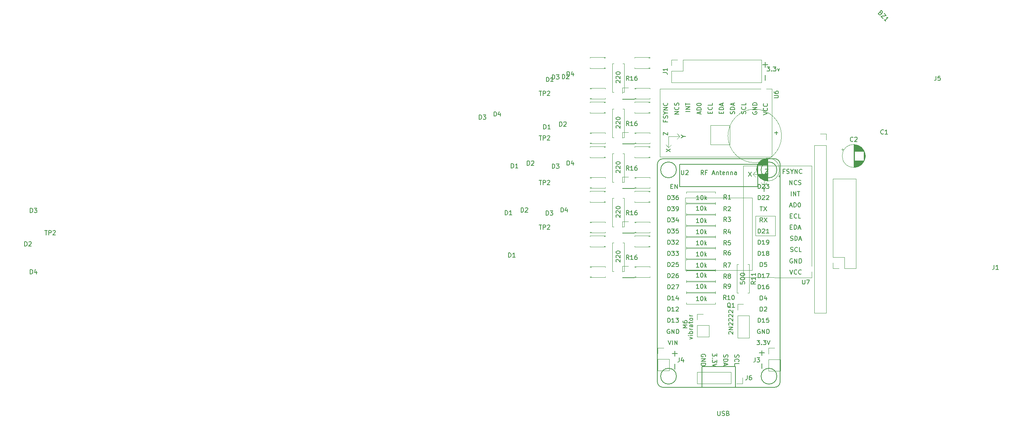
<source format=gbr>
%TF.GenerationSoftware,KiCad,Pcbnew,5.1.9+dfsg1-1*%
%TF.CreationDate,2022-03-08T22:31:31+00:00*%
%TF.ProjectId,guante metaversal,6775616e-7465-4206-9d65-746176657273,rev?*%
%TF.SameCoordinates,Original*%
%TF.FileFunction,Legend,Top*%
%TF.FilePolarity,Positive*%
%FSLAX46Y46*%
G04 Gerber Fmt 4.6, Leading zero omitted, Abs format (unit mm)*
G04 Created by KiCad (PCBNEW 5.1.9+dfsg1-1) date 2022-03-08 22:31:31*
%MOMM*%
%LPD*%
G01*
G04 APERTURE LIST*
%ADD10C,0.150000*%
%ADD11C,0.120000*%
G04 APERTURE END LIST*
D10*
X150360000Y-145034095D02*
X150407619Y-144938857D01*
X150407619Y-144796000D01*
X150360000Y-144653142D01*
X150264761Y-144557904D01*
X150169523Y-144510285D01*
X149979047Y-144462666D01*
X149836190Y-144462666D01*
X149645714Y-144510285D01*
X149550476Y-144557904D01*
X149455238Y-144653142D01*
X149407619Y-144796000D01*
X149407619Y-144891238D01*
X149455238Y-145034095D01*
X149502857Y-145081714D01*
X149836190Y-145081714D01*
X149836190Y-144891238D01*
X149407619Y-145510285D02*
X150407619Y-145510285D01*
X149407619Y-146081714D01*
X150407619Y-146081714D01*
X149407619Y-146557904D02*
X150407619Y-146557904D01*
X150407619Y-146796000D01*
X150360000Y-146938857D01*
X150264761Y-147034095D01*
X150169523Y-147081714D01*
X149979047Y-147129333D01*
X149836190Y-147129333D01*
X149645714Y-147081714D01*
X149550476Y-147034095D01*
X149455238Y-146938857D01*
X149407619Y-146796000D01*
X149407619Y-146557904D01*
X152947619Y-144319809D02*
X152947619Y-144938857D01*
X152566666Y-144605523D01*
X152566666Y-144748380D01*
X152519047Y-144843619D01*
X152471428Y-144891238D01*
X152376190Y-144938857D01*
X152138095Y-144938857D01*
X152042857Y-144891238D01*
X151995238Y-144843619D01*
X151947619Y-144748380D01*
X151947619Y-144462666D01*
X151995238Y-144367428D01*
X152042857Y-144319809D01*
X152042857Y-145367428D02*
X151995238Y-145415047D01*
X151947619Y-145367428D01*
X151995238Y-145319809D01*
X152042857Y-145367428D01*
X151947619Y-145367428D01*
X152947619Y-145748380D02*
X152947619Y-146367428D01*
X152566666Y-146034095D01*
X152566666Y-146176952D01*
X152519047Y-146272190D01*
X152471428Y-146319809D01*
X152376190Y-146367428D01*
X152138095Y-146367428D01*
X152042857Y-146319809D01*
X151995238Y-146272190D01*
X151947619Y-146176952D01*
X151947619Y-145891238D01*
X151995238Y-145796000D01*
X152042857Y-145748380D01*
X152947619Y-146653142D02*
X151947619Y-146986476D01*
X152947619Y-147319809D01*
X157075238Y-144605523D02*
X157027619Y-144748380D01*
X157027619Y-144986476D01*
X157075238Y-145081714D01*
X157122857Y-145129333D01*
X157218095Y-145176952D01*
X157313333Y-145176952D01*
X157408571Y-145129333D01*
X157456190Y-145081714D01*
X157503809Y-144986476D01*
X157551428Y-144796000D01*
X157599047Y-144700761D01*
X157646666Y-144653142D01*
X157741904Y-144605523D01*
X157837142Y-144605523D01*
X157932380Y-144653142D01*
X157980000Y-144700761D01*
X158027619Y-144796000D01*
X158027619Y-145034095D01*
X157980000Y-145176952D01*
X157122857Y-146176952D02*
X157075238Y-146129333D01*
X157027619Y-145986476D01*
X157027619Y-145891238D01*
X157075238Y-145748380D01*
X157170476Y-145653142D01*
X157265714Y-145605523D01*
X157456190Y-145557904D01*
X157599047Y-145557904D01*
X157789523Y-145605523D01*
X157884761Y-145653142D01*
X157980000Y-145748380D01*
X158027619Y-145891238D01*
X158027619Y-145986476D01*
X157980000Y-146129333D01*
X157932380Y-146176952D01*
X157027619Y-147081714D02*
X157027619Y-146605523D01*
X158027619Y-146605523D01*
X154535238Y-144581714D02*
X154487619Y-144724571D01*
X154487619Y-144962666D01*
X154535238Y-145057904D01*
X154582857Y-145105523D01*
X154678095Y-145153142D01*
X154773333Y-145153142D01*
X154868571Y-145105523D01*
X154916190Y-145057904D01*
X154963809Y-144962666D01*
X155011428Y-144772190D01*
X155059047Y-144676952D01*
X155106666Y-144629333D01*
X155201904Y-144581714D01*
X155297142Y-144581714D01*
X155392380Y-144629333D01*
X155440000Y-144676952D01*
X155487619Y-144772190D01*
X155487619Y-145010285D01*
X155440000Y-145153142D01*
X154487619Y-145581714D02*
X155487619Y-145581714D01*
X155487619Y-145819809D01*
X155440000Y-145962666D01*
X155344761Y-146057904D01*
X155249523Y-146105523D01*
X155059047Y-146153142D01*
X154916190Y-146153142D01*
X154725714Y-146105523D01*
X154630476Y-146057904D01*
X154535238Y-145962666D01*
X154487619Y-145819809D01*
X154487619Y-145581714D01*
X154773333Y-146534095D02*
X154773333Y-147010285D01*
X154487619Y-146438857D02*
X155487619Y-146772190D01*
X154487619Y-147105523D01*
X143402857Y-143724571D02*
X143402857Y-144867428D01*
X142831428Y-144296000D02*
X143974285Y-144296000D01*
X143402857Y-146724571D02*
X143402857Y-147867428D01*
X163214857Y-143597571D02*
X163214857Y-144740428D01*
X162643428Y-144169000D02*
X163786285Y-144169000D01*
X163214857Y-146597571D02*
X163214857Y-147740428D01*
X164382628Y-79005180D02*
X165001676Y-79005180D01*
X164668342Y-79386133D01*
X164811200Y-79386133D01*
X164906438Y-79433752D01*
X164954057Y-79481371D01*
X165001676Y-79576609D01*
X165001676Y-79814704D01*
X164954057Y-79909942D01*
X164906438Y-79957561D01*
X164811200Y-80005180D01*
X164525485Y-80005180D01*
X164430247Y-79957561D01*
X164382628Y-79909942D01*
X165430247Y-79909942D02*
X165477866Y-79957561D01*
X165430247Y-80005180D01*
X165382628Y-79957561D01*
X165430247Y-79909942D01*
X165430247Y-80005180D01*
X165811200Y-79005180D02*
X166430247Y-79005180D01*
X166096914Y-79386133D01*
X166239771Y-79386133D01*
X166335009Y-79433752D01*
X166382628Y-79481371D01*
X166430247Y-79576609D01*
X166430247Y-79814704D01*
X166382628Y-79909942D01*
X166335009Y-79957561D01*
X166239771Y-80005180D01*
X165954057Y-80005180D01*
X165858819Y-79957561D01*
X165811200Y-79909942D01*
X166763580Y-79338514D02*
X167001676Y-80005180D01*
X167239771Y-79338514D01*
X163976857Y-77938571D02*
X163976857Y-79081428D01*
X163405428Y-78510000D02*
X164548285Y-78510000D01*
X163976857Y-80938571D02*
X163976857Y-82081428D01*
D11*
%TO.C,U7*%
X163703000Y-106045000D02*
X163068000Y-105410000D01*
X164338000Y-105410000D02*
X163703000Y-106045000D01*
X163703000Y-106045000D02*
X164338000Y-105410000D01*
X161163000Y-103505000D02*
X161798000Y-102870000D01*
X161798000Y-104140000D02*
X161163000Y-103505000D01*
X161163000Y-103505000D02*
X161798000Y-104140000D01*
X163703000Y-103505000D02*
X161163000Y-103505000D01*
X163703000Y-106045000D02*
X163703000Y-103505000D01*
X161798000Y-117475000D02*
X166243000Y-117475000D01*
X161798000Y-113030000D02*
X161798000Y-117475000D01*
X166243000Y-113030000D02*
X161798000Y-113030000D01*
X166243000Y-117475000D02*
X166243000Y-113030000D01*
X159004000Y-101540000D02*
X171898000Y-101540000D01*
X159004000Y-127000000D02*
X159004000Y-124333000D01*
X173228000Y-127060000D02*
X159004000Y-127000000D01*
X174558000Y-101540000D02*
X171898000Y-101540000D01*
X174558000Y-124460000D02*
X174558000Y-101540000D01*
X159004000Y-124460000D02*
X159004000Y-101540000D01*
X174558000Y-125730000D02*
X174558000Y-127060000D01*
X174558000Y-127060000D02*
X173228000Y-127060000D01*
%TO.C,R16*%
X131596000Y-119056000D02*
X131926000Y-119056000D01*
X131926000Y-119056000D02*
X131926000Y-125596000D01*
X131926000Y-125596000D02*
X131596000Y-125596000D01*
X129516000Y-119056000D02*
X129186000Y-119056000D01*
X129186000Y-119056000D02*
X129186000Y-125596000D01*
X129186000Y-125596000D02*
X129516000Y-125596000D01*
X131596000Y-108896000D02*
X131926000Y-108896000D01*
X131926000Y-108896000D02*
X131926000Y-115436000D01*
X131926000Y-115436000D02*
X131596000Y-115436000D01*
X129516000Y-108896000D02*
X129186000Y-108896000D01*
X129186000Y-108896000D02*
X129186000Y-115436000D01*
X129186000Y-115436000D02*
X129516000Y-115436000D01*
X131596000Y-98736000D02*
X131926000Y-98736000D01*
X131926000Y-98736000D02*
X131926000Y-105276000D01*
X131926000Y-105276000D02*
X131596000Y-105276000D01*
X129516000Y-98736000D02*
X129186000Y-98736000D01*
X129186000Y-98736000D02*
X129186000Y-105276000D01*
X129186000Y-105276000D02*
X129516000Y-105276000D01*
X131596000Y-88576000D02*
X131926000Y-88576000D01*
X131926000Y-88576000D02*
X131926000Y-95116000D01*
X131926000Y-95116000D02*
X131596000Y-95116000D01*
X129516000Y-88576000D02*
X129186000Y-88576000D01*
X129186000Y-88576000D02*
X129186000Y-95116000D01*
X129186000Y-95116000D02*
X129516000Y-95116000D01*
%TO.C,J1*%
X180771800Y-124951800D02*
X179441800Y-124951800D01*
X179441800Y-124951800D02*
X179441800Y-123621800D01*
X182041800Y-124951800D02*
X182041800Y-122351800D01*
X182041800Y-122351800D02*
X179441800Y-122351800D01*
X179441800Y-122351800D02*
X179441800Y-104511800D01*
X184641800Y-104511800D02*
X179441800Y-104511800D01*
X184641800Y-124951800D02*
X184641800Y-104511800D01*
X184641800Y-124951800D02*
X182041800Y-124951800D01*
D10*
%TO.C,U2*%
X166116000Y-99949000D02*
X140716000Y-99949000D01*
X166642051Y-102489000D02*
G75*
G03*
X166642051Y-102489000I-1796051J0D01*
G01*
X143782051Y-102489000D02*
G75*
G03*
X143782051Y-102489000I-1796051J0D01*
G01*
X143782051Y-149479000D02*
G75*
G03*
X143782051Y-149479000I-1796051J0D01*
G01*
X166642051Y-149479000D02*
G75*
G03*
X166642051Y-149479000I-1796051J0D01*
G01*
X150886000Y-152019000D02*
X140716000Y-152019000D01*
X139446000Y-101219000D02*
X139446000Y-150749000D01*
X167386000Y-101219000D02*
X167386000Y-150749000D01*
X157206000Y-152019000D02*
X149606000Y-152019000D01*
X157216000Y-147289000D02*
X157206000Y-152019000D01*
X149606000Y-147289000D02*
X157206000Y-147289000D01*
X149616000Y-152019000D02*
X149616000Y-147289000D01*
X144526000Y-106299000D02*
X144526000Y-101219000D01*
X162306000Y-101219000D02*
X162306000Y-106299000D01*
X162306000Y-106299000D02*
X144526000Y-106299000D01*
X166126000Y-152019000D02*
X155956000Y-152019000D01*
D11*
X145796000Y-108839000D02*
X161036000Y-108839000D01*
X161036000Y-108839000D02*
X161036000Y-125349000D01*
X161036000Y-125349000D02*
X145796000Y-125349000D01*
X145796000Y-125349000D02*
X145796000Y-108839000D01*
D10*
X162306000Y-101219000D02*
X144526000Y-101219000D01*
X140716000Y-99949000D02*
G75*
G03*
X139446000Y-101219000I0J-1270000D01*
G01*
X167386000Y-101219000D02*
G75*
G03*
X166116000Y-99949000I-1270000J0D01*
G01*
X166116000Y-152019000D02*
G75*
G03*
X167386000Y-150749000I0J1270000D01*
G01*
X139446000Y-150749000D02*
G75*
G03*
X140716000Y-152019000I1270000J0D01*
G01*
D11*
%TO.C,TP2*%
X131512000Y-96580000D02*
X134172000Y-96580000D01*
X131512000Y-96520000D02*
X131512000Y-96580000D01*
X134172000Y-96520000D02*
X134172000Y-96580000D01*
X131512000Y-96520000D02*
X134172000Y-96520000D01*
X131512000Y-95250000D02*
X131512000Y-93920000D01*
X131512000Y-93920000D02*
X132842000Y-93920000D01*
%TO.C,D3*%
X134547000Y-96330000D02*
X134547000Y-96510000D01*
X134547000Y-93990000D02*
X134547000Y-94170000D01*
X134427000Y-96330000D02*
X134427000Y-96510000D01*
X134427000Y-93990000D02*
X134427000Y-94170000D01*
X137727000Y-96345000D02*
X137727000Y-96510000D01*
X137727000Y-93990000D02*
X137727000Y-94155000D01*
X134307000Y-96330000D02*
X134307000Y-96510000D01*
X134307000Y-93990000D02*
X134307000Y-94170000D01*
X134307000Y-96510000D02*
X137727000Y-96510000D01*
X134307000Y-93990000D02*
X137727000Y-93990000D01*
%TO.C,D1*%
X124147000Y-93990000D02*
X127567000Y-93990000D01*
X124147000Y-96510000D02*
X127567000Y-96510000D01*
X124147000Y-93990000D02*
X124147000Y-94170000D01*
X124147000Y-96330000D02*
X124147000Y-96510000D01*
X127567000Y-93990000D02*
X127567000Y-94155000D01*
X127567000Y-96345000D02*
X127567000Y-96510000D01*
X124267000Y-93990000D02*
X124267000Y-94170000D01*
X124267000Y-96330000D02*
X124267000Y-96510000D01*
X124387000Y-93990000D02*
X124387000Y-94170000D01*
X124387000Y-96330000D02*
X124387000Y-96510000D01*
%TO.C,TP2*%
X131512000Y-106740000D02*
X134172000Y-106740000D01*
X131512000Y-106680000D02*
X131512000Y-106740000D01*
X134172000Y-106680000D02*
X134172000Y-106740000D01*
X131512000Y-106680000D02*
X134172000Y-106680000D01*
X131512000Y-105410000D02*
X131512000Y-104080000D01*
X131512000Y-104080000D02*
X132842000Y-104080000D01*
%TO.C,D3*%
X134547000Y-106490000D02*
X134547000Y-106670000D01*
X134547000Y-104150000D02*
X134547000Y-104330000D01*
X134427000Y-106490000D02*
X134427000Y-106670000D01*
X134427000Y-104150000D02*
X134427000Y-104330000D01*
X137727000Y-106505000D02*
X137727000Y-106670000D01*
X137727000Y-104150000D02*
X137727000Y-104315000D01*
X134307000Y-106490000D02*
X134307000Y-106670000D01*
X134307000Y-104150000D02*
X134307000Y-104330000D01*
X134307000Y-106670000D02*
X137727000Y-106670000D01*
X134307000Y-104150000D02*
X137727000Y-104150000D01*
%TO.C,D1*%
X124147000Y-104150000D02*
X127567000Y-104150000D01*
X124147000Y-106670000D02*
X127567000Y-106670000D01*
X124147000Y-104150000D02*
X124147000Y-104330000D01*
X124147000Y-106490000D02*
X124147000Y-106670000D01*
X127567000Y-104150000D02*
X127567000Y-104315000D01*
X127567000Y-106505000D02*
X127567000Y-106670000D01*
X124267000Y-104150000D02*
X124267000Y-104330000D01*
X124267000Y-106490000D02*
X124267000Y-106670000D01*
X124387000Y-104150000D02*
X124387000Y-104330000D01*
X124387000Y-106490000D02*
X124387000Y-106670000D01*
%TO.C,D2*%
X127327000Y-87185000D02*
X127327000Y-87005000D01*
X127327000Y-89525000D02*
X127327000Y-89345000D01*
X127447000Y-87185000D02*
X127447000Y-87005000D01*
X127447000Y-89525000D02*
X127447000Y-89345000D01*
X124147000Y-87170000D02*
X124147000Y-87005000D01*
X124147000Y-89525000D02*
X124147000Y-89360000D01*
X127567000Y-87185000D02*
X127567000Y-87005000D01*
X127567000Y-89525000D02*
X127567000Y-89345000D01*
X127567000Y-87005000D02*
X124147000Y-87005000D01*
X127567000Y-89525000D02*
X124147000Y-89525000D01*
%TO.C,D4*%
X137727000Y-89525000D02*
X134307000Y-89525000D01*
X137727000Y-87005000D02*
X134307000Y-87005000D01*
X137727000Y-89525000D02*
X137727000Y-89345000D01*
X137727000Y-87185000D02*
X137727000Y-87005000D01*
X134307000Y-89525000D02*
X134307000Y-89360000D01*
X134307000Y-87170000D02*
X134307000Y-87005000D01*
X137607000Y-89525000D02*
X137607000Y-89345000D01*
X137607000Y-87185000D02*
X137607000Y-87005000D01*
X137487000Y-89525000D02*
X137487000Y-89345000D01*
X137487000Y-87185000D02*
X137487000Y-87005000D01*
%TO.C,D2*%
X127327000Y-97345000D02*
X127327000Y-97165000D01*
X127327000Y-99685000D02*
X127327000Y-99505000D01*
X127447000Y-97345000D02*
X127447000Y-97165000D01*
X127447000Y-99685000D02*
X127447000Y-99505000D01*
X124147000Y-97330000D02*
X124147000Y-97165000D01*
X124147000Y-99685000D02*
X124147000Y-99520000D01*
X127567000Y-97345000D02*
X127567000Y-97165000D01*
X127567000Y-99685000D02*
X127567000Y-99505000D01*
X127567000Y-97165000D02*
X124147000Y-97165000D01*
X127567000Y-99685000D02*
X124147000Y-99685000D01*
%TO.C,D4*%
X137727000Y-99685000D02*
X134307000Y-99685000D01*
X137727000Y-97165000D02*
X134307000Y-97165000D01*
X137727000Y-99685000D02*
X137727000Y-99505000D01*
X137727000Y-97345000D02*
X137727000Y-97165000D01*
X134307000Y-99685000D02*
X134307000Y-99520000D01*
X134307000Y-97330000D02*
X134307000Y-97165000D01*
X137607000Y-99685000D02*
X137607000Y-99505000D01*
X137607000Y-97345000D02*
X137607000Y-97165000D01*
X137487000Y-99685000D02*
X137487000Y-99505000D01*
X137487000Y-97345000D02*
X137487000Y-97165000D01*
X137727000Y-109845000D02*
X134307000Y-109845000D01*
X137727000Y-107325000D02*
X134307000Y-107325000D01*
X137727000Y-109845000D02*
X137727000Y-109665000D01*
X137727000Y-107505000D02*
X137727000Y-107325000D01*
X134307000Y-109845000D02*
X134307000Y-109680000D01*
X134307000Y-107490000D02*
X134307000Y-107325000D01*
X137607000Y-109845000D02*
X137607000Y-109665000D01*
X137607000Y-107505000D02*
X137607000Y-107325000D01*
X137487000Y-109845000D02*
X137487000Y-109665000D01*
X137487000Y-107505000D02*
X137487000Y-107325000D01*
%TO.C,D2*%
X127327000Y-107505000D02*
X127327000Y-107325000D01*
X127327000Y-109845000D02*
X127327000Y-109665000D01*
X127447000Y-107505000D02*
X127447000Y-107325000D01*
X127447000Y-109845000D02*
X127447000Y-109665000D01*
X124147000Y-107490000D02*
X124147000Y-107325000D01*
X124147000Y-109845000D02*
X124147000Y-109680000D01*
X127567000Y-107505000D02*
X127567000Y-107325000D01*
X127567000Y-109845000D02*
X127567000Y-109665000D01*
X127567000Y-107325000D02*
X124147000Y-107325000D01*
X127567000Y-109845000D02*
X124147000Y-109845000D01*
%TO.C,TP2*%
X131512000Y-127060000D02*
X134172000Y-127060000D01*
X131512000Y-127000000D02*
X131512000Y-127060000D01*
X134172000Y-127000000D02*
X134172000Y-127060000D01*
X131512000Y-127000000D02*
X134172000Y-127000000D01*
X131512000Y-125730000D02*
X131512000Y-124400000D01*
X131512000Y-124400000D02*
X132842000Y-124400000D01*
%TO.C,D3*%
X134547000Y-126810000D02*
X134547000Y-126990000D01*
X134547000Y-124470000D02*
X134547000Y-124650000D01*
X134427000Y-126810000D02*
X134427000Y-126990000D01*
X134427000Y-124470000D02*
X134427000Y-124650000D01*
X137727000Y-126825000D02*
X137727000Y-126990000D01*
X137727000Y-124470000D02*
X137727000Y-124635000D01*
X134307000Y-126810000D02*
X134307000Y-126990000D01*
X134307000Y-124470000D02*
X134307000Y-124650000D01*
X134307000Y-126990000D02*
X137727000Y-126990000D01*
X134307000Y-124470000D02*
X137727000Y-124470000D01*
%TO.C,D1*%
X124147000Y-124470000D02*
X127567000Y-124470000D01*
X124147000Y-126990000D02*
X127567000Y-126990000D01*
X124147000Y-124470000D02*
X124147000Y-124650000D01*
X124147000Y-126810000D02*
X124147000Y-126990000D01*
X127567000Y-124470000D02*
X127567000Y-124635000D01*
X127567000Y-126825000D02*
X127567000Y-126990000D01*
X124267000Y-124470000D02*
X124267000Y-124650000D01*
X124267000Y-126810000D02*
X124267000Y-126990000D01*
X124387000Y-124470000D02*
X124387000Y-124650000D01*
X124387000Y-126810000D02*
X124387000Y-126990000D01*
%TO.C,D2*%
X127327000Y-117665000D02*
X127327000Y-117485000D01*
X127327000Y-120005000D02*
X127327000Y-119825000D01*
X127447000Y-117665000D02*
X127447000Y-117485000D01*
X127447000Y-120005000D02*
X127447000Y-119825000D01*
X124147000Y-117650000D02*
X124147000Y-117485000D01*
X124147000Y-120005000D02*
X124147000Y-119840000D01*
X127567000Y-117665000D02*
X127567000Y-117485000D01*
X127567000Y-120005000D02*
X127567000Y-119825000D01*
X127567000Y-117485000D02*
X124147000Y-117485000D01*
X127567000Y-120005000D02*
X124147000Y-120005000D01*
%TO.C,D4*%
X137727000Y-120005000D02*
X134307000Y-120005000D01*
X137727000Y-117485000D02*
X134307000Y-117485000D01*
X137727000Y-120005000D02*
X137727000Y-119825000D01*
X137727000Y-117665000D02*
X137727000Y-117485000D01*
X134307000Y-120005000D02*
X134307000Y-119840000D01*
X134307000Y-117650000D02*
X134307000Y-117485000D01*
X137607000Y-120005000D02*
X137607000Y-119825000D01*
X137607000Y-117665000D02*
X137607000Y-117485000D01*
X137487000Y-120005000D02*
X137487000Y-119825000D01*
X137487000Y-117665000D02*
X137487000Y-117485000D01*
%TO.C,D3*%
X134547000Y-116650000D02*
X134547000Y-116830000D01*
X134547000Y-114310000D02*
X134547000Y-114490000D01*
X134427000Y-116650000D02*
X134427000Y-116830000D01*
X134427000Y-114310000D02*
X134427000Y-114490000D01*
X137727000Y-116665000D02*
X137727000Y-116830000D01*
X137727000Y-114310000D02*
X137727000Y-114475000D01*
X134307000Y-116650000D02*
X134307000Y-116830000D01*
X134307000Y-114310000D02*
X134307000Y-114490000D01*
X134307000Y-116830000D02*
X137727000Y-116830000D01*
X134307000Y-114310000D02*
X137727000Y-114310000D01*
%TO.C,TP2*%
X131512000Y-116900000D02*
X134172000Y-116900000D01*
X131512000Y-116840000D02*
X131512000Y-116900000D01*
X134172000Y-116840000D02*
X134172000Y-116900000D01*
X131512000Y-116840000D02*
X134172000Y-116840000D01*
X131512000Y-115570000D02*
X131512000Y-114240000D01*
X131512000Y-114240000D02*
X132842000Y-114240000D01*
%TO.C,D1*%
X124147000Y-114310000D02*
X127567000Y-114310000D01*
X124147000Y-116830000D02*
X127567000Y-116830000D01*
X124147000Y-114310000D02*
X124147000Y-114490000D01*
X124147000Y-116650000D02*
X124147000Y-116830000D01*
X127567000Y-114310000D02*
X127567000Y-114475000D01*
X127567000Y-116665000D02*
X127567000Y-116830000D01*
X124267000Y-114310000D02*
X124267000Y-114490000D01*
X124267000Y-116650000D02*
X124267000Y-116830000D01*
X124387000Y-114310000D02*
X124387000Y-114490000D01*
X124387000Y-116650000D02*
X124387000Y-116830000D01*
%TO.C,D2*%
X127327000Y-77025000D02*
X127327000Y-76845000D01*
X127327000Y-79365000D02*
X127327000Y-79185000D01*
X127447000Y-77025000D02*
X127447000Y-76845000D01*
X127447000Y-79365000D02*
X127447000Y-79185000D01*
X124147000Y-77010000D02*
X124147000Y-76845000D01*
X124147000Y-79365000D02*
X124147000Y-79200000D01*
X127567000Y-77025000D02*
X127567000Y-76845000D01*
X127567000Y-79365000D02*
X127567000Y-79185000D01*
X127567000Y-76845000D02*
X124147000Y-76845000D01*
X127567000Y-79365000D02*
X124147000Y-79365000D01*
%TO.C,D1*%
X124147000Y-83830000D02*
X127567000Y-83830000D01*
X124147000Y-86350000D02*
X127567000Y-86350000D01*
X124147000Y-83830000D02*
X124147000Y-84010000D01*
X124147000Y-86170000D02*
X124147000Y-86350000D01*
X127567000Y-83830000D02*
X127567000Y-83995000D01*
X127567000Y-86185000D02*
X127567000Y-86350000D01*
X124267000Y-83830000D02*
X124267000Y-84010000D01*
X124267000Y-86170000D02*
X124267000Y-86350000D01*
X124387000Y-83830000D02*
X124387000Y-84010000D01*
X124387000Y-86170000D02*
X124387000Y-86350000D01*
%TO.C,D3*%
X134547000Y-86170000D02*
X134547000Y-86350000D01*
X134547000Y-83830000D02*
X134547000Y-84010000D01*
X134427000Y-86170000D02*
X134427000Y-86350000D01*
X134427000Y-83830000D02*
X134427000Y-84010000D01*
X137727000Y-86185000D02*
X137727000Y-86350000D01*
X137727000Y-83830000D02*
X137727000Y-83995000D01*
X134307000Y-86170000D02*
X134307000Y-86350000D01*
X134307000Y-83830000D02*
X134307000Y-84010000D01*
X134307000Y-86350000D02*
X137727000Y-86350000D01*
X134307000Y-83830000D02*
X137727000Y-83830000D01*
%TO.C,D4*%
X137727000Y-79365000D02*
X134307000Y-79365000D01*
X137727000Y-76845000D02*
X134307000Y-76845000D01*
X137727000Y-79365000D02*
X137727000Y-79185000D01*
X137727000Y-77025000D02*
X137727000Y-76845000D01*
X134307000Y-79365000D02*
X134307000Y-79200000D01*
X134307000Y-77010000D02*
X134307000Y-76845000D01*
X137607000Y-79365000D02*
X137607000Y-79185000D01*
X137607000Y-77025000D02*
X137607000Y-76845000D01*
X137487000Y-79365000D02*
X137487000Y-79185000D01*
X137487000Y-77025000D02*
X137487000Y-76845000D01*
%TO.C,TP2*%
X131512000Y-86420000D02*
X134172000Y-86420000D01*
X131512000Y-86360000D02*
X131512000Y-86420000D01*
X134172000Y-86360000D02*
X134172000Y-86420000D01*
X131512000Y-86360000D02*
X134172000Y-86360000D01*
X131512000Y-85090000D02*
X131512000Y-83760000D01*
X131512000Y-83760000D02*
X132842000Y-83760000D01*
%TO.C,J3*%
X164786000Y-143069000D02*
X166116000Y-143069000D01*
X164786000Y-144399000D02*
X164786000Y-143069000D01*
X164786000Y-145669000D02*
X167446000Y-145669000D01*
X167446000Y-145669000D02*
X167446000Y-148269000D01*
X164786000Y-145669000D02*
X164786000Y-148269000D01*
X164786000Y-148269000D02*
X167446000Y-148269000D01*
%TO.C,J4*%
X139513000Y-148205500D02*
X142173000Y-148205500D01*
X139513000Y-145605500D02*
X139513000Y-148205500D01*
X142173000Y-145605500D02*
X142173000Y-148205500D01*
X139513000Y-145605500D02*
X142173000Y-145605500D01*
X139513000Y-144335500D02*
X139513000Y-143005500D01*
X139513000Y-143005500D02*
X140843000Y-143005500D01*
%TO.C,BZ1*%
X167711734Y-94758935D02*
G75*
G03*
X167711734Y-94758935I-6099999J0D01*
G01*
%TO.C,C1*%
X167166775Y-104137800D02*
X167166775Y-103637800D01*
X167416775Y-103887800D02*
X166916775Y-103887800D01*
X162011000Y-102696800D02*
X162011000Y-102128800D01*
X162051000Y-102930800D02*
X162051000Y-101894800D01*
X162091000Y-103089800D02*
X162091000Y-101735800D01*
X162131000Y-103217800D02*
X162131000Y-101607800D01*
X162171000Y-103327800D02*
X162171000Y-101497800D01*
X162211000Y-103423800D02*
X162211000Y-101401800D01*
X162251000Y-103510800D02*
X162251000Y-101314800D01*
X162291000Y-103590800D02*
X162291000Y-101234800D01*
X162331000Y-101372800D02*
X162331000Y-101161800D01*
X162331000Y-103663800D02*
X162331000Y-103452800D01*
X162371000Y-101372800D02*
X162371000Y-101093800D01*
X162371000Y-103731800D02*
X162371000Y-103452800D01*
X162411000Y-101372800D02*
X162411000Y-101029800D01*
X162411000Y-103795800D02*
X162411000Y-103452800D01*
X162451000Y-101372800D02*
X162451000Y-100969800D01*
X162451000Y-103855800D02*
X162451000Y-103452800D01*
X162491000Y-101372800D02*
X162491000Y-100912800D01*
X162491000Y-103912800D02*
X162491000Y-103452800D01*
X162531000Y-101372800D02*
X162531000Y-100858800D01*
X162531000Y-103966800D02*
X162531000Y-103452800D01*
X162571000Y-101372800D02*
X162571000Y-100807800D01*
X162571000Y-104017800D02*
X162571000Y-103452800D01*
X162611000Y-101372800D02*
X162611000Y-100759800D01*
X162611000Y-104065800D02*
X162611000Y-103452800D01*
X162651000Y-101372800D02*
X162651000Y-100713800D01*
X162651000Y-104111800D02*
X162651000Y-103452800D01*
X162691000Y-101372800D02*
X162691000Y-100669800D01*
X162691000Y-104155800D02*
X162691000Y-103452800D01*
X162731000Y-101372800D02*
X162731000Y-100627800D01*
X162731000Y-104197800D02*
X162731000Y-103452800D01*
X162771000Y-101372800D02*
X162771000Y-100586800D01*
X162771000Y-104238800D02*
X162771000Y-103452800D01*
X162811000Y-101372800D02*
X162811000Y-100548800D01*
X162811000Y-104276800D02*
X162811000Y-103452800D01*
X162851000Y-101372800D02*
X162851000Y-100511800D01*
X162851000Y-104313800D02*
X162851000Y-103452800D01*
X162891000Y-101372800D02*
X162891000Y-100475800D01*
X162891000Y-104349800D02*
X162891000Y-103452800D01*
X162931000Y-101372800D02*
X162931000Y-100441800D01*
X162931000Y-104383800D02*
X162931000Y-103452800D01*
X162971000Y-101372800D02*
X162971000Y-100408800D01*
X162971000Y-104416800D02*
X162971000Y-103452800D01*
X163011000Y-101372800D02*
X163011000Y-100377800D01*
X163011000Y-104447800D02*
X163011000Y-103452800D01*
X163051000Y-101372800D02*
X163051000Y-100347800D01*
X163051000Y-104477800D02*
X163051000Y-103452800D01*
X163091000Y-101372800D02*
X163091000Y-100317800D01*
X163091000Y-104507800D02*
X163091000Y-103452800D01*
X163131000Y-101372800D02*
X163131000Y-100290800D01*
X163131000Y-104534800D02*
X163131000Y-103452800D01*
X163171000Y-101372800D02*
X163171000Y-100263800D01*
X163171000Y-104561800D02*
X163171000Y-103452800D01*
X163211000Y-101372800D02*
X163211000Y-100237800D01*
X163211000Y-104587800D02*
X163211000Y-103452800D01*
X163251000Y-101372800D02*
X163251000Y-100212800D01*
X163251000Y-104612800D02*
X163251000Y-103452800D01*
X163291000Y-101372800D02*
X163291000Y-100188800D01*
X163291000Y-104636800D02*
X163291000Y-103452800D01*
X163331000Y-101372800D02*
X163331000Y-100165800D01*
X163331000Y-104659800D02*
X163331000Y-103452800D01*
X163371000Y-101372800D02*
X163371000Y-100144800D01*
X163371000Y-104680800D02*
X163371000Y-103452800D01*
X163411000Y-101372800D02*
X163411000Y-100122800D01*
X163411000Y-104702800D02*
X163411000Y-103452800D01*
X163451000Y-101372800D02*
X163451000Y-100102800D01*
X163451000Y-104722800D02*
X163451000Y-103452800D01*
X163491000Y-101372800D02*
X163491000Y-100083800D01*
X163491000Y-104741800D02*
X163491000Y-103452800D01*
X163531000Y-101372800D02*
X163531000Y-100064800D01*
X163531000Y-104760800D02*
X163531000Y-103452800D01*
X163571000Y-101372800D02*
X163571000Y-100047800D01*
X163571000Y-104777800D02*
X163571000Y-103452800D01*
X163611000Y-101372800D02*
X163611000Y-100030800D01*
X163611000Y-104794800D02*
X163611000Y-103452800D01*
X163651000Y-101372800D02*
X163651000Y-100014800D01*
X163651000Y-104810800D02*
X163651000Y-103452800D01*
X163691000Y-101372800D02*
X163691000Y-99998800D01*
X163691000Y-104826800D02*
X163691000Y-103452800D01*
X163731000Y-101372800D02*
X163731000Y-99984800D01*
X163731000Y-104840800D02*
X163731000Y-103452800D01*
X163771000Y-101372800D02*
X163771000Y-99970800D01*
X163771000Y-104854800D02*
X163771000Y-103452800D01*
X163811000Y-101372800D02*
X163811000Y-99957800D01*
X163811000Y-104867800D02*
X163811000Y-103452800D01*
X163851000Y-101372800D02*
X163851000Y-99944800D01*
X163851000Y-104880800D02*
X163851000Y-103452800D01*
X163891000Y-101372800D02*
X163891000Y-99932800D01*
X163891000Y-104892800D02*
X163891000Y-103452800D01*
X163932000Y-101372800D02*
X163932000Y-99921800D01*
X163932000Y-104903800D02*
X163932000Y-103452800D01*
X163972000Y-101372800D02*
X163972000Y-99911800D01*
X163972000Y-104913800D02*
X163972000Y-103452800D01*
X164012000Y-101372800D02*
X164012000Y-99901800D01*
X164012000Y-104923800D02*
X164012000Y-103452800D01*
X164052000Y-101372800D02*
X164052000Y-99892800D01*
X164052000Y-104932800D02*
X164052000Y-103452800D01*
X164092000Y-101372800D02*
X164092000Y-99884800D01*
X164092000Y-104940800D02*
X164092000Y-103452800D01*
X164132000Y-101372800D02*
X164132000Y-99876800D01*
X164132000Y-104948800D02*
X164132000Y-103452800D01*
X164172000Y-101372800D02*
X164172000Y-99869800D01*
X164172000Y-104955800D02*
X164172000Y-103452800D01*
X164212000Y-101372800D02*
X164212000Y-99862800D01*
X164212000Y-104962800D02*
X164212000Y-103452800D01*
X164252000Y-101372800D02*
X164252000Y-99856800D01*
X164252000Y-104968800D02*
X164252000Y-103452800D01*
X164292000Y-101372800D02*
X164292000Y-99851800D01*
X164292000Y-104973800D02*
X164292000Y-103452800D01*
X164332000Y-101372800D02*
X164332000Y-99847800D01*
X164332000Y-104977800D02*
X164332000Y-103452800D01*
X164372000Y-101372800D02*
X164372000Y-99843800D01*
X164372000Y-104981800D02*
X164372000Y-103452800D01*
X164412000Y-104985800D02*
X164412000Y-99839800D01*
X164452000Y-104988800D02*
X164452000Y-99836800D01*
X164492000Y-104990800D02*
X164492000Y-99834800D01*
X164532000Y-104991800D02*
X164532000Y-99833800D01*
X164572000Y-104992800D02*
X164572000Y-99832800D01*
X164612000Y-104992800D02*
X164612000Y-99832800D01*
X167232000Y-102412800D02*
G75*
G03*
X167232000Y-102412800I-2620000J0D01*
G01*
%TO.C,J1*%
X142688000Y-78740000D02*
X142688000Y-77410000D01*
X142688000Y-77410000D02*
X144018000Y-77410000D01*
X142688000Y-80010000D02*
X145288000Y-80010000D01*
X145288000Y-80010000D02*
X145288000Y-77410000D01*
X145288000Y-77410000D02*
X163128000Y-77410000D01*
X163128000Y-82610000D02*
X163128000Y-77410000D01*
X142688000Y-82610000D02*
X163128000Y-82610000D01*
X142688000Y-82610000D02*
X142688000Y-80010000D01*
%TO.C,U6*%
X144526000Y-94869000D02*
X143891000Y-95504000D01*
X143891000Y-94234000D02*
X144526000Y-94869000D01*
X144526000Y-94869000D02*
X143891000Y-94234000D01*
X141986000Y-97409000D02*
X141351000Y-96774000D01*
X142621000Y-96774000D02*
X141986000Y-97409000D01*
X141986000Y-97409000D02*
X142621000Y-96774000D01*
X141986000Y-94869000D02*
X141986000Y-97409000D01*
X144526000Y-94869000D02*
X141986000Y-94869000D01*
X155956000Y-96774000D02*
X155956000Y-92329000D01*
X151511000Y-96774000D02*
X155956000Y-96774000D01*
X151511000Y-92329000D02*
X151511000Y-96774000D01*
X155956000Y-92329000D02*
X151511000Y-92329000D01*
X140021000Y-99568000D02*
X140021000Y-86674000D01*
X165481000Y-99568000D02*
X162814000Y-99568000D01*
X165541000Y-85344000D02*
X165481000Y-99568000D01*
X140021000Y-84014000D02*
X140021000Y-86674000D01*
X162941000Y-84014000D02*
X140021000Y-84014000D01*
X162941000Y-99568000D02*
X140021000Y-99568000D01*
X164211000Y-84014000D02*
X165541000Y-84014000D01*
X165541000Y-84014000D02*
X165541000Y-85344000D01*
%TO.C,J5*%
X176530000Y-94301000D02*
X177860000Y-94301000D01*
X177860000Y-94301000D02*
X177860000Y-95631000D01*
X177860000Y-96901000D02*
X177860000Y-135061000D01*
X175200000Y-135061000D02*
X177860000Y-135061000D01*
X175200000Y-96901000D02*
X175200000Y-135061000D01*
X175200000Y-96901000D02*
X177860000Y-96901000D01*
%TO.C,R1*%
X152622000Y-109866300D02*
X152622000Y-110196300D01*
X152622000Y-110196300D02*
X146082000Y-110196300D01*
X146082000Y-110196300D02*
X146082000Y-109866300D01*
X152622000Y-107786300D02*
X152622000Y-107456300D01*
X152622000Y-107456300D02*
X146082000Y-107456300D01*
X146082000Y-107456300D02*
X146082000Y-107786300D01*
%TO.C,R2*%
X152622000Y-112749000D02*
X152622000Y-112419000D01*
X146082000Y-112749000D02*
X152622000Y-112749000D01*
X146082000Y-112419000D02*
X146082000Y-112749000D01*
X152622000Y-110009000D02*
X152622000Y-110339000D01*
X146082000Y-110009000D02*
X152622000Y-110009000D01*
X146082000Y-110339000D02*
X146082000Y-110009000D01*
%TO.C,R3*%
X146082000Y-112879000D02*
X146082000Y-112549000D01*
X146082000Y-112549000D02*
X152622000Y-112549000D01*
X152622000Y-112549000D02*
X152622000Y-112879000D01*
X146082000Y-114959000D02*
X146082000Y-115289000D01*
X146082000Y-115289000D02*
X152622000Y-115289000D01*
X152622000Y-115289000D02*
X152622000Y-114959000D01*
%TO.C,R4*%
X152622000Y-117829000D02*
X152622000Y-117499000D01*
X146082000Y-117829000D02*
X152622000Y-117829000D01*
X146082000Y-117499000D02*
X146082000Y-117829000D01*
X152622000Y-115089000D02*
X152622000Y-115419000D01*
X146082000Y-115089000D02*
X152622000Y-115089000D01*
X146082000Y-115419000D02*
X146082000Y-115089000D01*
%TO.C,R5*%
X152622000Y-120369000D02*
X152622000Y-120039000D01*
X146082000Y-120369000D02*
X152622000Y-120369000D01*
X146082000Y-120039000D02*
X146082000Y-120369000D01*
X152622000Y-117629000D02*
X152622000Y-117959000D01*
X146082000Y-117629000D02*
X152622000Y-117629000D01*
X146082000Y-117959000D02*
X146082000Y-117629000D01*
%TO.C,R6*%
X146082000Y-120499000D02*
X146082000Y-120169000D01*
X146082000Y-120169000D02*
X152622000Y-120169000D01*
X152622000Y-120169000D02*
X152622000Y-120499000D01*
X146082000Y-122579000D02*
X146082000Y-122909000D01*
X146082000Y-122909000D02*
X152622000Y-122909000D01*
X152622000Y-122909000D02*
X152622000Y-122579000D01*
%TO.C,R7*%
X152622000Y-125449000D02*
X152622000Y-125119000D01*
X146082000Y-125449000D02*
X152622000Y-125449000D01*
X146082000Y-125119000D02*
X146082000Y-125449000D01*
X152622000Y-122709000D02*
X152622000Y-123039000D01*
X146082000Y-122709000D02*
X152622000Y-122709000D01*
X146082000Y-123039000D02*
X146082000Y-122709000D01*
%TO.C,R8*%
X146082000Y-125579000D02*
X146082000Y-125249000D01*
X146082000Y-125249000D02*
X152622000Y-125249000D01*
X152622000Y-125249000D02*
X152622000Y-125579000D01*
X146082000Y-127659000D02*
X146082000Y-127989000D01*
X146082000Y-127989000D02*
X152622000Y-127989000D01*
X152622000Y-127989000D02*
X152622000Y-127659000D01*
%TO.C,R9*%
X152622000Y-130529000D02*
X152622000Y-130199000D01*
X146082000Y-130529000D02*
X152622000Y-130529000D01*
X146082000Y-130199000D02*
X146082000Y-130529000D01*
X152622000Y-127789000D02*
X152622000Y-128119000D01*
X146082000Y-127789000D02*
X152622000Y-127789000D01*
X146082000Y-128119000D02*
X146082000Y-127789000D01*
%TO.C,R10*%
X146082000Y-130659000D02*
X146082000Y-130329000D01*
X146082000Y-130329000D02*
X152622000Y-130329000D01*
X152622000Y-130329000D02*
X152622000Y-130659000D01*
X146082000Y-132739000D02*
X146082000Y-133069000D01*
X146082000Y-133069000D02*
X152622000Y-133069000D01*
X152622000Y-133069000D02*
X152622000Y-132739000D01*
%TO.C,R11*%
X157583200Y-130536700D02*
X157913200Y-130536700D01*
X157583200Y-123996700D02*
X157583200Y-130536700D01*
X157913200Y-123996700D02*
X157583200Y-123996700D01*
X160323200Y-130536700D02*
X159993200Y-130536700D01*
X160323200Y-123996700D02*
X160323200Y-130536700D01*
X159993200Y-123996700D02*
X160323200Y-123996700D01*
%TO.C,R16*%
X131596000Y-78264000D02*
X131926000Y-78264000D01*
X131926000Y-78264000D02*
X131926000Y-84804000D01*
X131926000Y-84804000D02*
X131596000Y-84804000D01*
X129516000Y-78264000D02*
X129186000Y-78264000D01*
X129186000Y-78264000D02*
X129186000Y-84804000D01*
X129186000Y-84804000D02*
X129516000Y-84804000D01*
%TO.C,C2*%
X181575225Y-97589000D02*
X181575225Y-98089000D01*
X181325225Y-97839000D02*
X181825225Y-97839000D01*
X186731000Y-99030000D02*
X186731000Y-99598000D01*
X186691000Y-98796000D02*
X186691000Y-99832000D01*
X186651000Y-98637000D02*
X186651000Y-99991000D01*
X186611000Y-98509000D02*
X186611000Y-100119000D01*
X186571000Y-98399000D02*
X186571000Y-100229000D01*
X186531000Y-98303000D02*
X186531000Y-100325000D01*
X186491000Y-98216000D02*
X186491000Y-100412000D01*
X186451000Y-98136000D02*
X186451000Y-100492000D01*
X186411000Y-100354000D02*
X186411000Y-100565000D01*
X186411000Y-98063000D02*
X186411000Y-98274000D01*
X186371000Y-100354000D02*
X186371000Y-100633000D01*
X186371000Y-97995000D02*
X186371000Y-98274000D01*
X186331000Y-100354000D02*
X186331000Y-100697000D01*
X186331000Y-97931000D02*
X186331000Y-98274000D01*
X186291000Y-100354000D02*
X186291000Y-100757000D01*
X186291000Y-97871000D02*
X186291000Y-98274000D01*
X186251000Y-100354000D02*
X186251000Y-100814000D01*
X186251000Y-97814000D02*
X186251000Y-98274000D01*
X186211000Y-100354000D02*
X186211000Y-100868000D01*
X186211000Y-97760000D02*
X186211000Y-98274000D01*
X186171000Y-100354000D02*
X186171000Y-100919000D01*
X186171000Y-97709000D02*
X186171000Y-98274000D01*
X186131000Y-100354000D02*
X186131000Y-100967000D01*
X186131000Y-97661000D02*
X186131000Y-98274000D01*
X186091000Y-100354000D02*
X186091000Y-101013000D01*
X186091000Y-97615000D02*
X186091000Y-98274000D01*
X186051000Y-100354000D02*
X186051000Y-101057000D01*
X186051000Y-97571000D02*
X186051000Y-98274000D01*
X186011000Y-100354000D02*
X186011000Y-101099000D01*
X186011000Y-97529000D02*
X186011000Y-98274000D01*
X185971000Y-100354000D02*
X185971000Y-101140000D01*
X185971000Y-97488000D02*
X185971000Y-98274000D01*
X185931000Y-100354000D02*
X185931000Y-101178000D01*
X185931000Y-97450000D02*
X185931000Y-98274000D01*
X185891000Y-100354000D02*
X185891000Y-101215000D01*
X185891000Y-97413000D02*
X185891000Y-98274000D01*
X185851000Y-100354000D02*
X185851000Y-101251000D01*
X185851000Y-97377000D02*
X185851000Y-98274000D01*
X185811000Y-100354000D02*
X185811000Y-101285000D01*
X185811000Y-97343000D02*
X185811000Y-98274000D01*
X185771000Y-100354000D02*
X185771000Y-101318000D01*
X185771000Y-97310000D02*
X185771000Y-98274000D01*
X185731000Y-100354000D02*
X185731000Y-101349000D01*
X185731000Y-97279000D02*
X185731000Y-98274000D01*
X185691000Y-100354000D02*
X185691000Y-101379000D01*
X185691000Y-97249000D02*
X185691000Y-98274000D01*
X185651000Y-100354000D02*
X185651000Y-101409000D01*
X185651000Y-97219000D02*
X185651000Y-98274000D01*
X185611000Y-100354000D02*
X185611000Y-101436000D01*
X185611000Y-97192000D02*
X185611000Y-98274000D01*
X185571000Y-100354000D02*
X185571000Y-101463000D01*
X185571000Y-97165000D02*
X185571000Y-98274000D01*
X185531000Y-100354000D02*
X185531000Y-101489000D01*
X185531000Y-97139000D02*
X185531000Y-98274000D01*
X185491000Y-100354000D02*
X185491000Y-101514000D01*
X185491000Y-97114000D02*
X185491000Y-98274000D01*
X185451000Y-100354000D02*
X185451000Y-101538000D01*
X185451000Y-97090000D02*
X185451000Y-98274000D01*
X185411000Y-100354000D02*
X185411000Y-101561000D01*
X185411000Y-97067000D02*
X185411000Y-98274000D01*
X185371000Y-100354000D02*
X185371000Y-101582000D01*
X185371000Y-97046000D02*
X185371000Y-98274000D01*
X185331000Y-100354000D02*
X185331000Y-101604000D01*
X185331000Y-97024000D02*
X185331000Y-98274000D01*
X185291000Y-100354000D02*
X185291000Y-101624000D01*
X185291000Y-97004000D02*
X185291000Y-98274000D01*
X185251000Y-100354000D02*
X185251000Y-101643000D01*
X185251000Y-96985000D02*
X185251000Y-98274000D01*
X185211000Y-100354000D02*
X185211000Y-101662000D01*
X185211000Y-96966000D02*
X185211000Y-98274000D01*
X185171000Y-100354000D02*
X185171000Y-101679000D01*
X185171000Y-96949000D02*
X185171000Y-98274000D01*
X185131000Y-100354000D02*
X185131000Y-101696000D01*
X185131000Y-96932000D02*
X185131000Y-98274000D01*
X185091000Y-100354000D02*
X185091000Y-101712000D01*
X185091000Y-96916000D02*
X185091000Y-98274000D01*
X185051000Y-100354000D02*
X185051000Y-101728000D01*
X185051000Y-96900000D02*
X185051000Y-98274000D01*
X185011000Y-100354000D02*
X185011000Y-101742000D01*
X185011000Y-96886000D02*
X185011000Y-98274000D01*
X184971000Y-100354000D02*
X184971000Y-101756000D01*
X184971000Y-96872000D02*
X184971000Y-98274000D01*
X184931000Y-100354000D02*
X184931000Y-101769000D01*
X184931000Y-96859000D02*
X184931000Y-98274000D01*
X184891000Y-100354000D02*
X184891000Y-101782000D01*
X184891000Y-96846000D02*
X184891000Y-98274000D01*
X184851000Y-100354000D02*
X184851000Y-101794000D01*
X184851000Y-96834000D02*
X184851000Y-98274000D01*
X184810000Y-100354000D02*
X184810000Y-101805000D01*
X184810000Y-96823000D02*
X184810000Y-98274000D01*
X184770000Y-100354000D02*
X184770000Y-101815000D01*
X184770000Y-96813000D02*
X184770000Y-98274000D01*
X184730000Y-100354000D02*
X184730000Y-101825000D01*
X184730000Y-96803000D02*
X184730000Y-98274000D01*
X184690000Y-100354000D02*
X184690000Y-101834000D01*
X184690000Y-96794000D02*
X184690000Y-98274000D01*
X184650000Y-100354000D02*
X184650000Y-101842000D01*
X184650000Y-96786000D02*
X184650000Y-98274000D01*
X184610000Y-100354000D02*
X184610000Y-101850000D01*
X184610000Y-96778000D02*
X184610000Y-98274000D01*
X184570000Y-100354000D02*
X184570000Y-101857000D01*
X184570000Y-96771000D02*
X184570000Y-98274000D01*
X184530000Y-100354000D02*
X184530000Y-101864000D01*
X184530000Y-96764000D02*
X184530000Y-98274000D01*
X184490000Y-100354000D02*
X184490000Y-101870000D01*
X184490000Y-96758000D02*
X184490000Y-98274000D01*
X184450000Y-100354000D02*
X184450000Y-101875000D01*
X184450000Y-96753000D02*
X184450000Y-98274000D01*
X184410000Y-100354000D02*
X184410000Y-101879000D01*
X184410000Y-96749000D02*
X184410000Y-98274000D01*
X184370000Y-100354000D02*
X184370000Y-101883000D01*
X184370000Y-96745000D02*
X184370000Y-98274000D01*
X184330000Y-96741000D02*
X184330000Y-101887000D01*
X184290000Y-96738000D02*
X184290000Y-101890000D01*
X184250000Y-96736000D02*
X184250000Y-101892000D01*
X184210000Y-96735000D02*
X184210000Y-101893000D01*
X184170000Y-96734000D02*
X184170000Y-101894000D01*
X184130000Y-96734000D02*
X184130000Y-101894000D01*
X186750000Y-99314000D02*
G75*
G03*
X186750000Y-99314000I-2620000J0D01*
G01*
%TO.C,J6*%
X156210000Y-148530000D02*
X156210000Y-151190000D01*
X156210000Y-148530000D02*
X148530000Y-148530000D01*
X148530000Y-148530000D02*
X148530000Y-151190000D01*
X156210000Y-151190000D02*
X148530000Y-151190000D01*
X158810000Y-151190000D02*
X157480000Y-151190000D01*
X158810000Y-149860000D02*
X158810000Y-151190000D01*
%TO.C,M6*%
X148530000Y-140522000D02*
X151190000Y-140522000D01*
X148530000Y-137922000D02*
X148530000Y-140522000D01*
X151190000Y-137922000D02*
X151190000Y-140522000D01*
X148530000Y-137922000D02*
X151190000Y-137922000D01*
X148530000Y-136652000D02*
X148530000Y-135322000D01*
X148530000Y-135322000D02*
X149860000Y-135322000D01*
%TO.C,Q1*%
X157686700Y-140788700D02*
X160346700Y-140788700D01*
X157686700Y-135648700D02*
X157686700Y-140788700D01*
X160346700Y-135648700D02*
X160346700Y-140788700D01*
X157686700Y-135648700D02*
X160346700Y-135648700D01*
X157686700Y-134378700D02*
X157686700Y-133048700D01*
X157686700Y-133048700D02*
X159016700Y-133048700D01*
%TO.C,U7*%
D10*
X172466095Y-127512380D02*
X172466095Y-128321904D01*
X172513714Y-128417142D01*
X172561333Y-128464761D01*
X172656571Y-128512380D01*
X172847047Y-128512380D01*
X172942285Y-128464761D01*
X172989904Y-128417142D01*
X173037523Y-128321904D01*
X173037523Y-127512380D01*
X173418476Y-127512380D02*
X174085142Y-127512380D01*
X173656571Y-128512380D01*
X169608666Y-125245880D02*
X169942000Y-126245880D01*
X170275333Y-125245880D01*
X171180095Y-126150642D02*
X171132476Y-126198261D01*
X170989619Y-126245880D01*
X170894380Y-126245880D01*
X170751523Y-126198261D01*
X170656285Y-126103023D01*
X170608666Y-126007785D01*
X170561047Y-125817309D01*
X170561047Y-125674452D01*
X170608666Y-125483976D01*
X170656285Y-125388738D01*
X170751523Y-125293500D01*
X170894380Y-125245880D01*
X170989619Y-125245880D01*
X171132476Y-125293500D01*
X171180095Y-125341119D01*
X172180095Y-126150642D02*
X172132476Y-126198261D01*
X171989619Y-126245880D01*
X171894380Y-126245880D01*
X171751523Y-126198261D01*
X171656285Y-126103023D01*
X171608666Y-126007785D01*
X171561047Y-125817309D01*
X171561047Y-125674452D01*
X171608666Y-125483976D01*
X171656285Y-125388738D01*
X171751523Y-125293500D01*
X171894380Y-125245880D01*
X171989619Y-125245880D01*
X172132476Y-125293500D01*
X172180095Y-125341119D01*
X170180095Y-122753500D02*
X170084857Y-122705880D01*
X169942000Y-122705880D01*
X169799142Y-122753500D01*
X169703904Y-122848738D01*
X169656285Y-122943976D01*
X169608666Y-123134452D01*
X169608666Y-123277309D01*
X169656285Y-123467785D01*
X169703904Y-123563023D01*
X169799142Y-123658261D01*
X169942000Y-123705880D01*
X170037238Y-123705880D01*
X170180095Y-123658261D01*
X170227714Y-123610642D01*
X170227714Y-123277309D01*
X170037238Y-123277309D01*
X170656285Y-123705880D02*
X170656285Y-122705880D01*
X171227714Y-123705880D01*
X171227714Y-122705880D01*
X171703904Y-123705880D02*
X171703904Y-122705880D01*
X171942000Y-122705880D01*
X172084857Y-122753500D01*
X172180095Y-122848738D01*
X172227714Y-122943976D01*
X172275333Y-123134452D01*
X172275333Y-123277309D01*
X172227714Y-123467785D01*
X172180095Y-123563023D01*
X172084857Y-123658261D01*
X171942000Y-123705880D01*
X171703904Y-123705880D01*
X169751523Y-121054761D02*
X169894380Y-121102380D01*
X170132476Y-121102380D01*
X170227714Y-121054761D01*
X170275333Y-121007142D01*
X170322952Y-120911904D01*
X170322952Y-120816666D01*
X170275333Y-120721428D01*
X170227714Y-120673809D01*
X170132476Y-120626190D01*
X169942000Y-120578571D01*
X169846761Y-120530952D01*
X169799142Y-120483333D01*
X169751523Y-120388095D01*
X169751523Y-120292857D01*
X169799142Y-120197619D01*
X169846761Y-120150000D01*
X169942000Y-120102380D01*
X170180095Y-120102380D01*
X170322952Y-120150000D01*
X171322952Y-121007142D02*
X171275333Y-121054761D01*
X171132476Y-121102380D01*
X171037238Y-121102380D01*
X170894380Y-121054761D01*
X170799142Y-120959523D01*
X170751523Y-120864285D01*
X170703904Y-120673809D01*
X170703904Y-120530952D01*
X170751523Y-120340476D01*
X170799142Y-120245238D01*
X170894380Y-120150000D01*
X171037238Y-120102380D01*
X171132476Y-120102380D01*
X171275333Y-120150000D01*
X171322952Y-120197619D01*
X172227714Y-121102380D02*
X171751523Y-121102380D01*
X171751523Y-120102380D01*
X169727714Y-118514761D02*
X169870571Y-118562380D01*
X170108666Y-118562380D01*
X170203904Y-118514761D01*
X170251523Y-118467142D01*
X170299142Y-118371904D01*
X170299142Y-118276666D01*
X170251523Y-118181428D01*
X170203904Y-118133809D01*
X170108666Y-118086190D01*
X169918190Y-118038571D01*
X169822952Y-117990952D01*
X169775333Y-117943333D01*
X169727714Y-117848095D01*
X169727714Y-117752857D01*
X169775333Y-117657619D01*
X169822952Y-117610000D01*
X169918190Y-117562380D01*
X170156285Y-117562380D01*
X170299142Y-117610000D01*
X170727714Y-118562380D02*
X170727714Y-117562380D01*
X170965809Y-117562380D01*
X171108666Y-117610000D01*
X171203904Y-117705238D01*
X171251523Y-117800476D01*
X171299142Y-117990952D01*
X171299142Y-118133809D01*
X171251523Y-118324285D01*
X171203904Y-118419523D01*
X171108666Y-118514761D01*
X170965809Y-118562380D01*
X170727714Y-118562380D01*
X171680095Y-118276666D02*
X172156285Y-118276666D01*
X171584857Y-118562380D02*
X171918190Y-117562380D01*
X172251523Y-118562380D01*
X169672142Y-115498571D02*
X170005476Y-115498571D01*
X170148333Y-116022380D02*
X169672142Y-116022380D01*
X169672142Y-115022380D01*
X170148333Y-115022380D01*
X170576904Y-116022380D02*
X170576904Y-115022380D01*
X170815000Y-115022380D01*
X170957857Y-115070000D01*
X171053095Y-115165238D01*
X171100714Y-115260476D01*
X171148333Y-115450952D01*
X171148333Y-115593809D01*
X171100714Y-115784285D01*
X171053095Y-115879523D01*
X170957857Y-115974761D01*
X170815000Y-116022380D01*
X170576904Y-116022380D01*
X171529285Y-115736666D02*
X172005476Y-115736666D01*
X171434047Y-116022380D02*
X171767380Y-115022380D01*
X172100714Y-116022380D01*
X169695952Y-112958571D02*
X170029285Y-112958571D01*
X170172142Y-113482380D02*
X169695952Y-113482380D01*
X169695952Y-112482380D01*
X170172142Y-112482380D01*
X171172142Y-113387142D02*
X171124523Y-113434761D01*
X170981666Y-113482380D01*
X170886428Y-113482380D01*
X170743571Y-113434761D01*
X170648333Y-113339523D01*
X170600714Y-113244285D01*
X170553095Y-113053809D01*
X170553095Y-112910952D01*
X170600714Y-112720476D01*
X170648333Y-112625238D01*
X170743571Y-112530000D01*
X170886428Y-112482380D01*
X170981666Y-112482380D01*
X171124523Y-112530000D01*
X171172142Y-112577619D01*
X172076904Y-113482380D02*
X171600714Y-113482380D01*
X171600714Y-112482380D01*
X169600714Y-110656666D02*
X170076904Y-110656666D01*
X169505476Y-110942380D02*
X169838809Y-109942380D01*
X170172142Y-110942380D01*
X170505476Y-110942380D02*
X170505476Y-109942380D01*
X170743571Y-109942380D01*
X170886428Y-109990000D01*
X170981666Y-110085238D01*
X171029285Y-110180476D01*
X171076904Y-110370952D01*
X171076904Y-110513809D01*
X171029285Y-110704285D01*
X170981666Y-110799523D01*
X170886428Y-110894761D01*
X170743571Y-110942380D01*
X170505476Y-110942380D01*
X171695952Y-109942380D02*
X171791190Y-109942380D01*
X171886428Y-109990000D01*
X171934047Y-110037619D01*
X171981666Y-110132857D01*
X172029285Y-110323333D01*
X172029285Y-110561428D01*
X171981666Y-110751904D01*
X171934047Y-110847142D01*
X171886428Y-110894761D01*
X171791190Y-110942380D01*
X171695952Y-110942380D01*
X171600714Y-110894761D01*
X171553095Y-110847142D01*
X171505476Y-110751904D01*
X171457857Y-110561428D01*
X171457857Y-110323333D01*
X171505476Y-110132857D01*
X171553095Y-110037619D01*
X171600714Y-109990000D01*
X171695952Y-109942380D01*
X169910238Y-108402380D02*
X169910238Y-107402380D01*
X170386428Y-108402380D02*
X170386428Y-107402380D01*
X170957857Y-108402380D01*
X170957857Y-107402380D01*
X171291190Y-107402380D02*
X171862619Y-107402380D01*
X171576904Y-108402380D02*
X171576904Y-107402380D01*
X169553095Y-105862380D02*
X169553095Y-104862380D01*
X170124523Y-105862380D01*
X170124523Y-104862380D01*
X171172142Y-105767142D02*
X171124523Y-105814761D01*
X170981666Y-105862380D01*
X170886428Y-105862380D01*
X170743571Y-105814761D01*
X170648333Y-105719523D01*
X170600714Y-105624285D01*
X170553095Y-105433809D01*
X170553095Y-105290952D01*
X170600714Y-105100476D01*
X170648333Y-105005238D01*
X170743571Y-104910000D01*
X170886428Y-104862380D01*
X170981666Y-104862380D01*
X171124523Y-104910000D01*
X171172142Y-104957619D01*
X171553095Y-105814761D02*
X171695952Y-105862380D01*
X171934047Y-105862380D01*
X172029285Y-105814761D01*
X172076904Y-105767142D01*
X172124523Y-105671904D01*
X172124523Y-105576666D01*
X172076904Y-105481428D01*
X172029285Y-105433809D01*
X171934047Y-105386190D01*
X171743571Y-105338571D01*
X171648333Y-105290952D01*
X171600714Y-105243333D01*
X171553095Y-105148095D01*
X171553095Y-105052857D01*
X171600714Y-104957619D01*
X171648333Y-104910000D01*
X171743571Y-104862380D01*
X171981666Y-104862380D01*
X172124523Y-104910000D01*
X168394285Y-102798571D02*
X168060952Y-102798571D01*
X168060952Y-103322380D02*
X168060952Y-102322380D01*
X168537142Y-102322380D01*
X168870476Y-103274761D02*
X169013333Y-103322380D01*
X169251428Y-103322380D01*
X169346666Y-103274761D01*
X169394285Y-103227142D01*
X169441904Y-103131904D01*
X169441904Y-103036666D01*
X169394285Y-102941428D01*
X169346666Y-102893809D01*
X169251428Y-102846190D01*
X169060952Y-102798571D01*
X168965714Y-102750952D01*
X168918095Y-102703333D01*
X168870476Y-102608095D01*
X168870476Y-102512857D01*
X168918095Y-102417619D01*
X168965714Y-102370000D01*
X169060952Y-102322380D01*
X169299047Y-102322380D01*
X169441904Y-102370000D01*
X170060952Y-102846190D02*
X170060952Y-103322380D01*
X169727619Y-102322380D02*
X170060952Y-102846190D01*
X170394285Y-102322380D01*
X170727619Y-103322380D02*
X170727619Y-102322380D01*
X171299047Y-103322380D01*
X171299047Y-102322380D01*
X172346666Y-103227142D02*
X172299047Y-103274761D01*
X172156190Y-103322380D01*
X172060952Y-103322380D01*
X171918095Y-103274761D01*
X171822857Y-103179523D01*
X171775238Y-103084285D01*
X171727619Y-102893809D01*
X171727619Y-102750952D01*
X171775238Y-102560476D01*
X171822857Y-102465238D01*
X171918095Y-102370000D01*
X172060952Y-102322380D01*
X172156190Y-102322380D01*
X172299047Y-102370000D01*
X172346666Y-102417619D01*
X160194666Y-102957380D02*
X160861333Y-103957380D01*
X160861333Y-102957380D02*
X160194666Y-103957380D01*
X163703000Y-106910190D02*
X163703000Y-107386380D01*
X163369666Y-106386380D02*
X163703000Y-106910190D01*
X164036333Y-106386380D01*
X164004666Y-102322380D02*
X164671333Y-102322380D01*
X164004666Y-103322380D01*
X164671333Y-103322380D01*
%TO.C,R16*%
X132961142Y-122905380D02*
X132627809Y-122429190D01*
X132389714Y-122905380D02*
X132389714Y-121905380D01*
X132770666Y-121905380D01*
X132865904Y-121953000D01*
X132913523Y-122000619D01*
X132961142Y-122095857D01*
X132961142Y-122238714D01*
X132913523Y-122333952D01*
X132865904Y-122381571D01*
X132770666Y-122429190D01*
X132389714Y-122429190D01*
X133913523Y-122905380D02*
X133342095Y-122905380D01*
X133627809Y-122905380D02*
X133627809Y-121905380D01*
X133532571Y-122048238D01*
X133437333Y-122143476D01*
X133342095Y-122191095D01*
X134770666Y-121905380D02*
X134580190Y-121905380D01*
X134484952Y-121953000D01*
X134437333Y-122000619D01*
X134342095Y-122143476D01*
X134294476Y-122333952D01*
X134294476Y-122714904D01*
X134342095Y-122810142D01*
X134389714Y-122857761D01*
X134484952Y-122905380D01*
X134675428Y-122905380D01*
X134770666Y-122857761D01*
X134818285Y-122810142D01*
X134865904Y-122714904D01*
X134865904Y-122476809D01*
X134818285Y-122381571D01*
X134770666Y-122333952D01*
X134675428Y-122286333D01*
X134484952Y-122286333D01*
X134389714Y-122333952D01*
X134342095Y-122381571D01*
X134294476Y-122476809D01*
X130103619Y-123437095D02*
X130056000Y-123389476D01*
X130008380Y-123294238D01*
X130008380Y-123056142D01*
X130056000Y-122960904D01*
X130103619Y-122913285D01*
X130198857Y-122865666D01*
X130294095Y-122865666D01*
X130436952Y-122913285D01*
X131008380Y-123484714D01*
X131008380Y-122865666D01*
X130103619Y-122484714D02*
X130056000Y-122437095D01*
X130008380Y-122341857D01*
X130008380Y-122103761D01*
X130056000Y-122008523D01*
X130103619Y-121960904D01*
X130198857Y-121913285D01*
X130294095Y-121913285D01*
X130436952Y-121960904D01*
X131008380Y-122532333D01*
X131008380Y-121913285D01*
X130008380Y-121294238D02*
X130008380Y-121199000D01*
X130056000Y-121103761D01*
X130103619Y-121056142D01*
X130198857Y-121008523D01*
X130389333Y-120960904D01*
X130627428Y-120960904D01*
X130817904Y-121008523D01*
X130913142Y-121056142D01*
X130960761Y-121103761D01*
X131008380Y-121199000D01*
X131008380Y-121294238D01*
X130960761Y-121389476D01*
X130913142Y-121437095D01*
X130817904Y-121484714D01*
X130627428Y-121532333D01*
X130389333Y-121532333D01*
X130198857Y-121484714D01*
X130103619Y-121437095D01*
X130056000Y-121389476D01*
X130008380Y-121294238D01*
X132961142Y-112745380D02*
X132627809Y-112269190D01*
X132389714Y-112745380D02*
X132389714Y-111745380D01*
X132770666Y-111745380D01*
X132865904Y-111793000D01*
X132913523Y-111840619D01*
X132961142Y-111935857D01*
X132961142Y-112078714D01*
X132913523Y-112173952D01*
X132865904Y-112221571D01*
X132770666Y-112269190D01*
X132389714Y-112269190D01*
X133913523Y-112745380D02*
X133342095Y-112745380D01*
X133627809Y-112745380D02*
X133627809Y-111745380D01*
X133532571Y-111888238D01*
X133437333Y-111983476D01*
X133342095Y-112031095D01*
X134770666Y-111745380D02*
X134580190Y-111745380D01*
X134484952Y-111793000D01*
X134437333Y-111840619D01*
X134342095Y-111983476D01*
X134294476Y-112173952D01*
X134294476Y-112554904D01*
X134342095Y-112650142D01*
X134389714Y-112697761D01*
X134484952Y-112745380D01*
X134675428Y-112745380D01*
X134770666Y-112697761D01*
X134818285Y-112650142D01*
X134865904Y-112554904D01*
X134865904Y-112316809D01*
X134818285Y-112221571D01*
X134770666Y-112173952D01*
X134675428Y-112126333D01*
X134484952Y-112126333D01*
X134389714Y-112173952D01*
X134342095Y-112221571D01*
X134294476Y-112316809D01*
X130103619Y-113277095D02*
X130056000Y-113229476D01*
X130008380Y-113134238D01*
X130008380Y-112896142D01*
X130056000Y-112800904D01*
X130103619Y-112753285D01*
X130198857Y-112705666D01*
X130294095Y-112705666D01*
X130436952Y-112753285D01*
X131008380Y-113324714D01*
X131008380Y-112705666D01*
X130103619Y-112324714D02*
X130056000Y-112277095D01*
X130008380Y-112181857D01*
X130008380Y-111943761D01*
X130056000Y-111848523D01*
X130103619Y-111800904D01*
X130198857Y-111753285D01*
X130294095Y-111753285D01*
X130436952Y-111800904D01*
X131008380Y-112372333D01*
X131008380Y-111753285D01*
X130008380Y-111134238D02*
X130008380Y-111039000D01*
X130056000Y-110943761D01*
X130103619Y-110896142D01*
X130198857Y-110848523D01*
X130389333Y-110800904D01*
X130627428Y-110800904D01*
X130817904Y-110848523D01*
X130913142Y-110896142D01*
X130960761Y-110943761D01*
X131008380Y-111039000D01*
X131008380Y-111134238D01*
X130960761Y-111229476D01*
X130913142Y-111277095D01*
X130817904Y-111324714D01*
X130627428Y-111372333D01*
X130389333Y-111372333D01*
X130198857Y-111324714D01*
X130103619Y-111277095D01*
X130056000Y-111229476D01*
X130008380Y-111134238D01*
X132961142Y-102585380D02*
X132627809Y-102109190D01*
X132389714Y-102585380D02*
X132389714Y-101585380D01*
X132770666Y-101585380D01*
X132865904Y-101633000D01*
X132913523Y-101680619D01*
X132961142Y-101775857D01*
X132961142Y-101918714D01*
X132913523Y-102013952D01*
X132865904Y-102061571D01*
X132770666Y-102109190D01*
X132389714Y-102109190D01*
X133913523Y-102585380D02*
X133342095Y-102585380D01*
X133627809Y-102585380D02*
X133627809Y-101585380D01*
X133532571Y-101728238D01*
X133437333Y-101823476D01*
X133342095Y-101871095D01*
X134770666Y-101585380D02*
X134580190Y-101585380D01*
X134484952Y-101633000D01*
X134437333Y-101680619D01*
X134342095Y-101823476D01*
X134294476Y-102013952D01*
X134294476Y-102394904D01*
X134342095Y-102490142D01*
X134389714Y-102537761D01*
X134484952Y-102585380D01*
X134675428Y-102585380D01*
X134770666Y-102537761D01*
X134818285Y-102490142D01*
X134865904Y-102394904D01*
X134865904Y-102156809D01*
X134818285Y-102061571D01*
X134770666Y-102013952D01*
X134675428Y-101966333D01*
X134484952Y-101966333D01*
X134389714Y-102013952D01*
X134342095Y-102061571D01*
X134294476Y-102156809D01*
X130103619Y-103117095D02*
X130056000Y-103069476D01*
X130008380Y-102974238D01*
X130008380Y-102736142D01*
X130056000Y-102640904D01*
X130103619Y-102593285D01*
X130198857Y-102545666D01*
X130294095Y-102545666D01*
X130436952Y-102593285D01*
X131008380Y-103164714D01*
X131008380Y-102545666D01*
X130103619Y-102164714D02*
X130056000Y-102117095D01*
X130008380Y-102021857D01*
X130008380Y-101783761D01*
X130056000Y-101688523D01*
X130103619Y-101640904D01*
X130198857Y-101593285D01*
X130294095Y-101593285D01*
X130436952Y-101640904D01*
X131008380Y-102212333D01*
X131008380Y-101593285D01*
X130008380Y-100974238D02*
X130008380Y-100879000D01*
X130056000Y-100783761D01*
X130103619Y-100736142D01*
X130198857Y-100688523D01*
X130389333Y-100640904D01*
X130627428Y-100640904D01*
X130817904Y-100688523D01*
X130913142Y-100736142D01*
X130960761Y-100783761D01*
X131008380Y-100879000D01*
X131008380Y-100974238D01*
X130960761Y-101069476D01*
X130913142Y-101117095D01*
X130817904Y-101164714D01*
X130627428Y-101212333D01*
X130389333Y-101212333D01*
X130198857Y-101164714D01*
X130103619Y-101117095D01*
X130056000Y-101069476D01*
X130008380Y-100974238D01*
X132961142Y-92425380D02*
X132627809Y-91949190D01*
X132389714Y-92425380D02*
X132389714Y-91425380D01*
X132770666Y-91425380D01*
X132865904Y-91473000D01*
X132913523Y-91520619D01*
X132961142Y-91615857D01*
X132961142Y-91758714D01*
X132913523Y-91853952D01*
X132865904Y-91901571D01*
X132770666Y-91949190D01*
X132389714Y-91949190D01*
X133913523Y-92425380D02*
X133342095Y-92425380D01*
X133627809Y-92425380D02*
X133627809Y-91425380D01*
X133532571Y-91568238D01*
X133437333Y-91663476D01*
X133342095Y-91711095D01*
X134770666Y-91425380D02*
X134580190Y-91425380D01*
X134484952Y-91473000D01*
X134437333Y-91520619D01*
X134342095Y-91663476D01*
X134294476Y-91853952D01*
X134294476Y-92234904D01*
X134342095Y-92330142D01*
X134389714Y-92377761D01*
X134484952Y-92425380D01*
X134675428Y-92425380D01*
X134770666Y-92377761D01*
X134818285Y-92330142D01*
X134865904Y-92234904D01*
X134865904Y-91996809D01*
X134818285Y-91901571D01*
X134770666Y-91853952D01*
X134675428Y-91806333D01*
X134484952Y-91806333D01*
X134389714Y-91853952D01*
X134342095Y-91901571D01*
X134294476Y-91996809D01*
X130103619Y-92957095D02*
X130056000Y-92909476D01*
X130008380Y-92814238D01*
X130008380Y-92576142D01*
X130056000Y-92480904D01*
X130103619Y-92433285D01*
X130198857Y-92385666D01*
X130294095Y-92385666D01*
X130436952Y-92433285D01*
X131008380Y-93004714D01*
X131008380Y-92385666D01*
X130103619Y-92004714D02*
X130056000Y-91957095D01*
X130008380Y-91861857D01*
X130008380Y-91623761D01*
X130056000Y-91528523D01*
X130103619Y-91480904D01*
X130198857Y-91433285D01*
X130294095Y-91433285D01*
X130436952Y-91480904D01*
X131008380Y-92052333D01*
X131008380Y-91433285D01*
X130008380Y-90814238D02*
X130008380Y-90719000D01*
X130056000Y-90623761D01*
X130103619Y-90576142D01*
X130198857Y-90528523D01*
X130389333Y-90480904D01*
X130627428Y-90480904D01*
X130817904Y-90528523D01*
X130913142Y-90576142D01*
X130960761Y-90623761D01*
X131008380Y-90719000D01*
X131008380Y-90814238D01*
X130960761Y-90909476D01*
X130913142Y-90957095D01*
X130817904Y-91004714D01*
X130627428Y-91052333D01*
X130389333Y-91052333D01*
X130198857Y-91004714D01*
X130103619Y-90957095D01*
X130056000Y-90909476D01*
X130008380Y-90814238D01*
%TO.C,J1*%
X216074666Y-124166380D02*
X216074666Y-124880666D01*
X216027047Y-125023523D01*
X215931809Y-125118761D01*
X215788952Y-125166380D01*
X215693714Y-125166380D01*
X217074666Y-125166380D02*
X216503238Y-125166380D01*
X216788952Y-125166380D02*
X216788952Y-124166380D01*
X216693714Y-124309238D01*
X216598476Y-124404476D01*
X216503238Y-124452095D01*
%TO.C,U2*%
X144907095Y-102576380D02*
X144907095Y-103385904D01*
X144954714Y-103481142D01*
X145002333Y-103528761D01*
X145097571Y-103576380D01*
X145288047Y-103576380D01*
X145383285Y-103528761D01*
X145430904Y-103481142D01*
X145478523Y-103385904D01*
X145478523Y-102576380D01*
X145907095Y-102671619D02*
X145954714Y-102624000D01*
X146049952Y-102576380D01*
X146288047Y-102576380D01*
X146383285Y-102624000D01*
X146430904Y-102671619D01*
X146478523Y-102766857D01*
X146478523Y-102862095D01*
X146430904Y-103004952D01*
X145859476Y-103576380D01*
X146478523Y-103576380D01*
X153170095Y-157440380D02*
X153170095Y-158249904D01*
X153217714Y-158345142D01*
X153265333Y-158392761D01*
X153360571Y-158440380D01*
X153551047Y-158440380D01*
X153646285Y-158392761D01*
X153693904Y-158345142D01*
X153741523Y-158249904D01*
X153741523Y-157440380D01*
X154170095Y-158392761D02*
X154312952Y-158440380D01*
X154551047Y-158440380D01*
X154646285Y-158392761D01*
X154693904Y-158345142D01*
X154741523Y-158249904D01*
X154741523Y-158154666D01*
X154693904Y-158059428D01*
X154646285Y-158011809D01*
X154551047Y-157964190D01*
X154360571Y-157916571D01*
X154265333Y-157868952D01*
X154217714Y-157821333D01*
X154170095Y-157726095D01*
X154170095Y-157630857D01*
X154217714Y-157535619D01*
X154265333Y-157488000D01*
X154360571Y-157440380D01*
X154598666Y-157440380D01*
X154741523Y-157488000D01*
X155503428Y-157916571D02*
X155646285Y-157964190D01*
X155693904Y-158011809D01*
X155741523Y-158107047D01*
X155741523Y-158249904D01*
X155693904Y-158345142D01*
X155646285Y-158392761D01*
X155551047Y-158440380D01*
X155170095Y-158440380D01*
X155170095Y-157440380D01*
X155503428Y-157440380D01*
X155598666Y-157488000D01*
X155646285Y-157535619D01*
X155693904Y-157630857D01*
X155693904Y-157726095D01*
X155646285Y-157821333D01*
X155598666Y-157868952D01*
X155503428Y-157916571D01*
X155170095Y-157916571D01*
X149963619Y-103576380D02*
X149630285Y-103100190D01*
X149392190Y-103576380D02*
X149392190Y-102576380D01*
X149773142Y-102576380D01*
X149868380Y-102624000D01*
X149916000Y-102671619D01*
X149963619Y-102766857D01*
X149963619Y-102909714D01*
X149916000Y-103004952D01*
X149868380Y-103052571D01*
X149773142Y-103100190D01*
X149392190Y-103100190D01*
X150725523Y-103052571D02*
X150392190Y-103052571D01*
X150392190Y-103576380D02*
X150392190Y-102576380D01*
X150868380Y-102576380D01*
X151963619Y-103290666D02*
X152439809Y-103290666D01*
X151868380Y-103576380D02*
X152201714Y-102576380D01*
X152535047Y-103576380D01*
X152868380Y-102909714D02*
X152868380Y-103576380D01*
X152868380Y-103004952D02*
X152916000Y-102957333D01*
X153011238Y-102909714D01*
X153154095Y-102909714D01*
X153249333Y-102957333D01*
X153296952Y-103052571D01*
X153296952Y-103576380D01*
X153630285Y-102909714D02*
X154011238Y-102909714D01*
X153773142Y-102576380D02*
X153773142Y-103433523D01*
X153820761Y-103528761D01*
X153916000Y-103576380D01*
X154011238Y-103576380D01*
X154725523Y-103528761D02*
X154630285Y-103576380D01*
X154439809Y-103576380D01*
X154344571Y-103528761D01*
X154296952Y-103433523D01*
X154296952Y-103052571D01*
X154344571Y-102957333D01*
X154439809Y-102909714D01*
X154630285Y-102909714D01*
X154725523Y-102957333D01*
X154773142Y-103052571D01*
X154773142Y-103147809D01*
X154296952Y-103243047D01*
X155201714Y-102909714D02*
X155201714Y-103576380D01*
X155201714Y-103004952D02*
X155249333Y-102957333D01*
X155344571Y-102909714D01*
X155487428Y-102909714D01*
X155582666Y-102957333D01*
X155630285Y-103052571D01*
X155630285Y-103576380D01*
X156106476Y-102909714D02*
X156106476Y-103576380D01*
X156106476Y-103004952D02*
X156154095Y-102957333D01*
X156249333Y-102909714D01*
X156392190Y-102909714D01*
X156487428Y-102957333D01*
X156535047Y-103052571D01*
X156535047Y-103576380D01*
X157439809Y-103576380D02*
X157439809Y-103052571D01*
X157392190Y-102957333D01*
X157296952Y-102909714D01*
X157106476Y-102909714D01*
X157011238Y-102957333D01*
X157439809Y-103528761D02*
X157344571Y-103576380D01*
X157106476Y-103576380D01*
X157011238Y-103528761D01*
X156963619Y-103433523D01*
X156963619Y-103338285D01*
X157011238Y-103243047D01*
X157106476Y-103195428D01*
X157344571Y-103195428D01*
X157439809Y-103147809D01*
X141906761Y-141311380D02*
X142240095Y-142311380D01*
X142573428Y-141311380D01*
X142906761Y-142311380D02*
X142906761Y-141311380D01*
X143382952Y-142311380D02*
X143382952Y-141311380D01*
X143954380Y-142311380D01*
X143954380Y-141311380D01*
X142240095Y-138819000D02*
X142144857Y-138771380D01*
X142002000Y-138771380D01*
X141859142Y-138819000D01*
X141763904Y-138914238D01*
X141716285Y-139009476D01*
X141668666Y-139199952D01*
X141668666Y-139342809D01*
X141716285Y-139533285D01*
X141763904Y-139628523D01*
X141859142Y-139723761D01*
X142002000Y-139771380D01*
X142097238Y-139771380D01*
X142240095Y-139723761D01*
X142287714Y-139676142D01*
X142287714Y-139342809D01*
X142097238Y-139342809D01*
X142716285Y-139771380D02*
X142716285Y-138771380D01*
X143287714Y-139771380D01*
X143287714Y-138771380D01*
X143763904Y-139771380D02*
X143763904Y-138771380D01*
X144002000Y-138771380D01*
X144144857Y-138819000D01*
X144240095Y-138914238D01*
X144287714Y-139009476D01*
X144335333Y-139199952D01*
X144335333Y-139342809D01*
X144287714Y-139533285D01*
X144240095Y-139628523D01*
X144144857Y-139723761D01*
X144002000Y-139771380D01*
X143763904Y-139771380D01*
X141787714Y-137231380D02*
X141787714Y-136231380D01*
X142025809Y-136231380D01*
X142168666Y-136279000D01*
X142263904Y-136374238D01*
X142311523Y-136469476D01*
X142359142Y-136659952D01*
X142359142Y-136802809D01*
X142311523Y-136993285D01*
X142263904Y-137088523D01*
X142168666Y-137183761D01*
X142025809Y-137231380D01*
X141787714Y-137231380D01*
X143311523Y-137231380D02*
X142740095Y-137231380D01*
X143025809Y-137231380D02*
X143025809Y-136231380D01*
X142930571Y-136374238D01*
X142835333Y-136469476D01*
X142740095Y-136517095D01*
X143644857Y-136231380D02*
X144263904Y-136231380D01*
X143930571Y-136612333D01*
X144073428Y-136612333D01*
X144168666Y-136659952D01*
X144216285Y-136707571D01*
X144263904Y-136802809D01*
X144263904Y-137040904D01*
X144216285Y-137136142D01*
X144168666Y-137183761D01*
X144073428Y-137231380D01*
X143787714Y-137231380D01*
X143692476Y-137183761D01*
X143644857Y-137136142D01*
X141787714Y-134691380D02*
X141787714Y-133691380D01*
X142025809Y-133691380D01*
X142168666Y-133739000D01*
X142263904Y-133834238D01*
X142311523Y-133929476D01*
X142359142Y-134119952D01*
X142359142Y-134262809D01*
X142311523Y-134453285D01*
X142263904Y-134548523D01*
X142168666Y-134643761D01*
X142025809Y-134691380D01*
X141787714Y-134691380D01*
X143311523Y-134691380D02*
X142740095Y-134691380D01*
X143025809Y-134691380D02*
X143025809Y-133691380D01*
X142930571Y-133834238D01*
X142835333Y-133929476D01*
X142740095Y-133977095D01*
X143692476Y-133786619D02*
X143740095Y-133739000D01*
X143835333Y-133691380D01*
X144073428Y-133691380D01*
X144168666Y-133739000D01*
X144216285Y-133786619D01*
X144263904Y-133881857D01*
X144263904Y-133977095D01*
X144216285Y-134119952D01*
X143644857Y-134691380D01*
X144263904Y-134691380D01*
X141787714Y-132151380D02*
X141787714Y-131151380D01*
X142025809Y-131151380D01*
X142168666Y-131199000D01*
X142263904Y-131294238D01*
X142311523Y-131389476D01*
X142359142Y-131579952D01*
X142359142Y-131722809D01*
X142311523Y-131913285D01*
X142263904Y-132008523D01*
X142168666Y-132103761D01*
X142025809Y-132151380D01*
X141787714Y-132151380D01*
X143311523Y-132151380D02*
X142740095Y-132151380D01*
X143025809Y-132151380D02*
X143025809Y-131151380D01*
X142930571Y-131294238D01*
X142835333Y-131389476D01*
X142740095Y-131437095D01*
X144168666Y-131484714D02*
X144168666Y-132151380D01*
X143930571Y-131103761D02*
X143692476Y-131818047D01*
X144311523Y-131818047D01*
X141787714Y-129611380D02*
X141787714Y-128611380D01*
X142025809Y-128611380D01*
X142168666Y-128659000D01*
X142263904Y-128754238D01*
X142311523Y-128849476D01*
X142359142Y-129039952D01*
X142359142Y-129182809D01*
X142311523Y-129373285D01*
X142263904Y-129468523D01*
X142168666Y-129563761D01*
X142025809Y-129611380D01*
X141787714Y-129611380D01*
X142740095Y-128706619D02*
X142787714Y-128659000D01*
X142882952Y-128611380D01*
X143121047Y-128611380D01*
X143216285Y-128659000D01*
X143263904Y-128706619D01*
X143311523Y-128801857D01*
X143311523Y-128897095D01*
X143263904Y-129039952D01*
X142692476Y-129611380D01*
X143311523Y-129611380D01*
X143644857Y-128611380D02*
X144311523Y-128611380D01*
X143882952Y-129611380D01*
X141787714Y-127071380D02*
X141787714Y-126071380D01*
X142025809Y-126071380D01*
X142168666Y-126119000D01*
X142263904Y-126214238D01*
X142311523Y-126309476D01*
X142359142Y-126499952D01*
X142359142Y-126642809D01*
X142311523Y-126833285D01*
X142263904Y-126928523D01*
X142168666Y-127023761D01*
X142025809Y-127071380D01*
X141787714Y-127071380D01*
X142740095Y-126166619D02*
X142787714Y-126119000D01*
X142882952Y-126071380D01*
X143121047Y-126071380D01*
X143216285Y-126119000D01*
X143263904Y-126166619D01*
X143311523Y-126261857D01*
X143311523Y-126357095D01*
X143263904Y-126499952D01*
X142692476Y-127071380D01*
X143311523Y-127071380D01*
X144168666Y-126071380D02*
X143978190Y-126071380D01*
X143882952Y-126119000D01*
X143835333Y-126166619D01*
X143740095Y-126309476D01*
X143692476Y-126499952D01*
X143692476Y-126880904D01*
X143740095Y-126976142D01*
X143787714Y-127023761D01*
X143882952Y-127071380D01*
X144073428Y-127071380D01*
X144168666Y-127023761D01*
X144216285Y-126976142D01*
X144263904Y-126880904D01*
X144263904Y-126642809D01*
X144216285Y-126547571D01*
X144168666Y-126499952D01*
X144073428Y-126452333D01*
X143882952Y-126452333D01*
X143787714Y-126499952D01*
X143740095Y-126547571D01*
X143692476Y-126642809D01*
X141787714Y-124531380D02*
X141787714Y-123531380D01*
X142025809Y-123531380D01*
X142168666Y-123579000D01*
X142263904Y-123674238D01*
X142311523Y-123769476D01*
X142359142Y-123959952D01*
X142359142Y-124102809D01*
X142311523Y-124293285D01*
X142263904Y-124388523D01*
X142168666Y-124483761D01*
X142025809Y-124531380D01*
X141787714Y-124531380D01*
X142740095Y-123626619D02*
X142787714Y-123579000D01*
X142882952Y-123531380D01*
X143121047Y-123531380D01*
X143216285Y-123579000D01*
X143263904Y-123626619D01*
X143311523Y-123721857D01*
X143311523Y-123817095D01*
X143263904Y-123959952D01*
X142692476Y-124531380D01*
X143311523Y-124531380D01*
X144216285Y-123531380D02*
X143740095Y-123531380D01*
X143692476Y-124007571D01*
X143740095Y-123959952D01*
X143835333Y-123912333D01*
X144073428Y-123912333D01*
X144168666Y-123959952D01*
X144216285Y-124007571D01*
X144263904Y-124102809D01*
X144263904Y-124340904D01*
X144216285Y-124436142D01*
X144168666Y-124483761D01*
X144073428Y-124531380D01*
X143835333Y-124531380D01*
X143740095Y-124483761D01*
X143692476Y-124436142D01*
X141787714Y-121991380D02*
X141787714Y-120991380D01*
X142025809Y-120991380D01*
X142168666Y-121039000D01*
X142263904Y-121134238D01*
X142311523Y-121229476D01*
X142359142Y-121419952D01*
X142359142Y-121562809D01*
X142311523Y-121753285D01*
X142263904Y-121848523D01*
X142168666Y-121943761D01*
X142025809Y-121991380D01*
X141787714Y-121991380D01*
X142692476Y-120991380D02*
X143311523Y-120991380D01*
X142978190Y-121372333D01*
X143121047Y-121372333D01*
X143216285Y-121419952D01*
X143263904Y-121467571D01*
X143311523Y-121562809D01*
X143311523Y-121800904D01*
X143263904Y-121896142D01*
X143216285Y-121943761D01*
X143121047Y-121991380D01*
X142835333Y-121991380D01*
X142740095Y-121943761D01*
X142692476Y-121896142D01*
X143644857Y-120991380D02*
X144263904Y-120991380D01*
X143930571Y-121372333D01*
X144073428Y-121372333D01*
X144168666Y-121419952D01*
X144216285Y-121467571D01*
X144263904Y-121562809D01*
X144263904Y-121800904D01*
X144216285Y-121896142D01*
X144168666Y-121943761D01*
X144073428Y-121991380D01*
X143787714Y-121991380D01*
X143692476Y-121943761D01*
X143644857Y-121896142D01*
X141787714Y-119451380D02*
X141787714Y-118451380D01*
X142025809Y-118451380D01*
X142168666Y-118499000D01*
X142263904Y-118594238D01*
X142311523Y-118689476D01*
X142359142Y-118879952D01*
X142359142Y-119022809D01*
X142311523Y-119213285D01*
X142263904Y-119308523D01*
X142168666Y-119403761D01*
X142025809Y-119451380D01*
X141787714Y-119451380D01*
X142692476Y-118451380D02*
X143311523Y-118451380D01*
X142978190Y-118832333D01*
X143121047Y-118832333D01*
X143216285Y-118879952D01*
X143263904Y-118927571D01*
X143311523Y-119022809D01*
X143311523Y-119260904D01*
X143263904Y-119356142D01*
X143216285Y-119403761D01*
X143121047Y-119451380D01*
X142835333Y-119451380D01*
X142740095Y-119403761D01*
X142692476Y-119356142D01*
X143692476Y-118546619D02*
X143740095Y-118499000D01*
X143835333Y-118451380D01*
X144073428Y-118451380D01*
X144168666Y-118499000D01*
X144216285Y-118546619D01*
X144263904Y-118641857D01*
X144263904Y-118737095D01*
X144216285Y-118879952D01*
X143644857Y-119451380D01*
X144263904Y-119451380D01*
X141787714Y-116911380D02*
X141787714Y-115911380D01*
X142025809Y-115911380D01*
X142168666Y-115959000D01*
X142263904Y-116054238D01*
X142311523Y-116149476D01*
X142359142Y-116339952D01*
X142359142Y-116482809D01*
X142311523Y-116673285D01*
X142263904Y-116768523D01*
X142168666Y-116863761D01*
X142025809Y-116911380D01*
X141787714Y-116911380D01*
X142692476Y-115911380D02*
X143311523Y-115911380D01*
X142978190Y-116292333D01*
X143121047Y-116292333D01*
X143216285Y-116339952D01*
X143263904Y-116387571D01*
X143311523Y-116482809D01*
X143311523Y-116720904D01*
X143263904Y-116816142D01*
X143216285Y-116863761D01*
X143121047Y-116911380D01*
X142835333Y-116911380D01*
X142740095Y-116863761D01*
X142692476Y-116816142D01*
X144216285Y-115911380D02*
X143740095Y-115911380D01*
X143692476Y-116387571D01*
X143740095Y-116339952D01*
X143835333Y-116292333D01*
X144073428Y-116292333D01*
X144168666Y-116339952D01*
X144216285Y-116387571D01*
X144263904Y-116482809D01*
X144263904Y-116720904D01*
X144216285Y-116816142D01*
X144168666Y-116863761D01*
X144073428Y-116911380D01*
X143835333Y-116911380D01*
X143740095Y-116863761D01*
X143692476Y-116816142D01*
X141787714Y-114371380D02*
X141787714Y-113371380D01*
X142025809Y-113371380D01*
X142168666Y-113419000D01*
X142263904Y-113514238D01*
X142311523Y-113609476D01*
X142359142Y-113799952D01*
X142359142Y-113942809D01*
X142311523Y-114133285D01*
X142263904Y-114228523D01*
X142168666Y-114323761D01*
X142025809Y-114371380D01*
X141787714Y-114371380D01*
X142692476Y-113371380D02*
X143311523Y-113371380D01*
X142978190Y-113752333D01*
X143121047Y-113752333D01*
X143216285Y-113799952D01*
X143263904Y-113847571D01*
X143311523Y-113942809D01*
X143311523Y-114180904D01*
X143263904Y-114276142D01*
X143216285Y-114323761D01*
X143121047Y-114371380D01*
X142835333Y-114371380D01*
X142740095Y-114323761D01*
X142692476Y-114276142D01*
X144168666Y-113704714D02*
X144168666Y-114371380D01*
X143930571Y-113323761D02*
X143692476Y-114038047D01*
X144311523Y-114038047D01*
X141787714Y-111831380D02*
X141787714Y-110831380D01*
X142025809Y-110831380D01*
X142168666Y-110879000D01*
X142263904Y-110974238D01*
X142311523Y-111069476D01*
X142359142Y-111259952D01*
X142359142Y-111402809D01*
X142311523Y-111593285D01*
X142263904Y-111688523D01*
X142168666Y-111783761D01*
X142025809Y-111831380D01*
X141787714Y-111831380D01*
X142692476Y-110831380D02*
X143311523Y-110831380D01*
X142978190Y-111212333D01*
X143121047Y-111212333D01*
X143216285Y-111259952D01*
X143263904Y-111307571D01*
X143311523Y-111402809D01*
X143311523Y-111640904D01*
X143263904Y-111736142D01*
X143216285Y-111783761D01*
X143121047Y-111831380D01*
X142835333Y-111831380D01*
X142740095Y-111783761D01*
X142692476Y-111736142D01*
X143787714Y-111831380D02*
X143978190Y-111831380D01*
X144073428Y-111783761D01*
X144121047Y-111736142D01*
X144216285Y-111593285D01*
X144263904Y-111402809D01*
X144263904Y-111021857D01*
X144216285Y-110926619D01*
X144168666Y-110879000D01*
X144073428Y-110831380D01*
X143882952Y-110831380D01*
X143787714Y-110879000D01*
X143740095Y-110926619D01*
X143692476Y-111021857D01*
X143692476Y-111259952D01*
X143740095Y-111355190D01*
X143787714Y-111402809D01*
X143882952Y-111450428D01*
X144073428Y-111450428D01*
X144168666Y-111402809D01*
X144216285Y-111355190D01*
X144263904Y-111259952D01*
X141787714Y-109291380D02*
X141787714Y-108291380D01*
X142025809Y-108291380D01*
X142168666Y-108339000D01*
X142263904Y-108434238D01*
X142311523Y-108529476D01*
X142359142Y-108719952D01*
X142359142Y-108862809D01*
X142311523Y-109053285D01*
X142263904Y-109148523D01*
X142168666Y-109243761D01*
X142025809Y-109291380D01*
X141787714Y-109291380D01*
X142692476Y-108291380D02*
X143311523Y-108291380D01*
X142978190Y-108672333D01*
X143121047Y-108672333D01*
X143216285Y-108719952D01*
X143263904Y-108767571D01*
X143311523Y-108862809D01*
X143311523Y-109100904D01*
X143263904Y-109196142D01*
X143216285Y-109243761D01*
X143121047Y-109291380D01*
X142835333Y-109291380D01*
X142740095Y-109243761D01*
X142692476Y-109196142D01*
X144168666Y-108291380D02*
X143978190Y-108291380D01*
X143882952Y-108339000D01*
X143835333Y-108386619D01*
X143740095Y-108529476D01*
X143692476Y-108719952D01*
X143692476Y-109100904D01*
X143740095Y-109196142D01*
X143787714Y-109243761D01*
X143882952Y-109291380D01*
X144073428Y-109291380D01*
X144168666Y-109243761D01*
X144216285Y-109196142D01*
X144263904Y-109100904D01*
X144263904Y-108862809D01*
X144216285Y-108767571D01*
X144168666Y-108719952D01*
X144073428Y-108672333D01*
X143882952Y-108672333D01*
X143787714Y-108719952D01*
X143740095Y-108767571D01*
X143692476Y-108862809D01*
X162099809Y-141311380D02*
X162718857Y-141311380D01*
X162385523Y-141692333D01*
X162528380Y-141692333D01*
X162623619Y-141739952D01*
X162671238Y-141787571D01*
X162718857Y-141882809D01*
X162718857Y-142120904D01*
X162671238Y-142216142D01*
X162623619Y-142263761D01*
X162528380Y-142311380D01*
X162242666Y-142311380D01*
X162147428Y-142263761D01*
X162099809Y-142216142D01*
X163147428Y-142216142D02*
X163195047Y-142263761D01*
X163147428Y-142311380D01*
X163099809Y-142263761D01*
X163147428Y-142216142D01*
X163147428Y-142311380D01*
X163528380Y-141311380D02*
X164147428Y-141311380D01*
X163814095Y-141692333D01*
X163956952Y-141692333D01*
X164052190Y-141739952D01*
X164099809Y-141787571D01*
X164147428Y-141882809D01*
X164147428Y-142120904D01*
X164099809Y-142216142D01*
X164052190Y-142263761D01*
X163956952Y-142311380D01*
X163671238Y-142311380D01*
X163576000Y-142263761D01*
X163528380Y-142216142D01*
X164433142Y-141311380D02*
X164766476Y-142311380D01*
X165099809Y-141311380D01*
X162814095Y-138819000D02*
X162718857Y-138771380D01*
X162576000Y-138771380D01*
X162433142Y-138819000D01*
X162337904Y-138914238D01*
X162290285Y-139009476D01*
X162242666Y-139199952D01*
X162242666Y-139342809D01*
X162290285Y-139533285D01*
X162337904Y-139628523D01*
X162433142Y-139723761D01*
X162576000Y-139771380D01*
X162671238Y-139771380D01*
X162814095Y-139723761D01*
X162861714Y-139676142D01*
X162861714Y-139342809D01*
X162671238Y-139342809D01*
X163290285Y-139771380D02*
X163290285Y-138771380D01*
X163861714Y-139771380D01*
X163861714Y-138771380D01*
X164337904Y-139771380D02*
X164337904Y-138771380D01*
X164576000Y-138771380D01*
X164718857Y-138819000D01*
X164814095Y-138914238D01*
X164861714Y-139009476D01*
X164909333Y-139199952D01*
X164909333Y-139342809D01*
X164861714Y-139533285D01*
X164814095Y-139628523D01*
X164718857Y-139723761D01*
X164576000Y-139771380D01*
X164337904Y-139771380D01*
X162361714Y-137231380D02*
X162361714Y-136231380D01*
X162599809Y-136231380D01*
X162742666Y-136279000D01*
X162837904Y-136374238D01*
X162885523Y-136469476D01*
X162933142Y-136659952D01*
X162933142Y-136802809D01*
X162885523Y-136993285D01*
X162837904Y-137088523D01*
X162742666Y-137183761D01*
X162599809Y-137231380D01*
X162361714Y-137231380D01*
X163885523Y-137231380D02*
X163314095Y-137231380D01*
X163599809Y-137231380D02*
X163599809Y-136231380D01*
X163504571Y-136374238D01*
X163409333Y-136469476D01*
X163314095Y-136517095D01*
X164790285Y-136231380D02*
X164314095Y-136231380D01*
X164266476Y-136707571D01*
X164314095Y-136659952D01*
X164409333Y-136612333D01*
X164647428Y-136612333D01*
X164742666Y-136659952D01*
X164790285Y-136707571D01*
X164837904Y-136802809D01*
X164837904Y-137040904D01*
X164790285Y-137136142D01*
X164742666Y-137183761D01*
X164647428Y-137231380D01*
X164409333Y-137231380D01*
X164314095Y-137183761D01*
X164266476Y-137136142D01*
X162837904Y-134691380D02*
X162837904Y-133691380D01*
X163076000Y-133691380D01*
X163218857Y-133739000D01*
X163314095Y-133834238D01*
X163361714Y-133929476D01*
X163409333Y-134119952D01*
X163409333Y-134262809D01*
X163361714Y-134453285D01*
X163314095Y-134548523D01*
X163218857Y-134643761D01*
X163076000Y-134691380D01*
X162837904Y-134691380D01*
X163790285Y-133786619D02*
X163837904Y-133739000D01*
X163933142Y-133691380D01*
X164171238Y-133691380D01*
X164266476Y-133739000D01*
X164314095Y-133786619D01*
X164361714Y-133881857D01*
X164361714Y-133977095D01*
X164314095Y-134119952D01*
X163742666Y-134691380D01*
X164361714Y-134691380D01*
X162837904Y-132151380D02*
X162837904Y-131151380D01*
X163076000Y-131151380D01*
X163218857Y-131199000D01*
X163314095Y-131294238D01*
X163361714Y-131389476D01*
X163409333Y-131579952D01*
X163409333Y-131722809D01*
X163361714Y-131913285D01*
X163314095Y-132008523D01*
X163218857Y-132103761D01*
X163076000Y-132151380D01*
X162837904Y-132151380D01*
X164266476Y-131484714D02*
X164266476Y-132151380D01*
X164028380Y-131103761D02*
X163790285Y-131818047D01*
X164409333Y-131818047D01*
X162361714Y-129611380D02*
X162361714Y-128611380D01*
X162599809Y-128611380D01*
X162742666Y-128659000D01*
X162837904Y-128754238D01*
X162885523Y-128849476D01*
X162933142Y-129039952D01*
X162933142Y-129182809D01*
X162885523Y-129373285D01*
X162837904Y-129468523D01*
X162742666Y-129563761D01*
X162599809Y-129611380D01*
X162361714Y-129611380D01*
X163885523Y-129611380D02*
X163314095Y-129611380D01*
X163599809Y-129611380D02*
X163599809Y-128611380D01*
X163504571Y-128754238D01*
X163409333Y-128849476D01*
X163314095Y-128897095D01*
X164742666Y-128611380D02*
X164552190Y-128611380D01*
X164456952Y-128659000D01*
X164409333Y-128706619D01*
X164314095Y-128849476D01*
X164266476Y-129039952D01*
X164266476Y-129420904D01*
X164314095Y-129516142D01*
X164361714Y-129563761D01*
X164456952Y-129611380D01*
X164647428Y-129611380D01*
X164742666Y-129563761D01*
X164790285Y-129516142D01*
X164837904Y-129420904D01*
X164837904Y-129182809D01*
X164790285Y-129087571D01*
X164742666Y-129039952D01*
X164647428Y-128992333D01*
X164456952Y-128992333D01*
X164361714Y-129039952D01*
X164314095Y-129087571D01*
X164266476Y-129182809D01*
X162361714Y-127071380D02*
X162361714Y-126071380D01*
X162599809Y-126071380D01*
X162742666Y-126119000D01*
X162837904Y-126214238D01*
X162885523Y-126309476D01*
X162933142Y-126499952D01*
X162933142Y-126642809D01*
X162885523Y-126833285D01*
X162837904Y-126928523D01*
X162742666Y-127023761D01*
X162599809Y-127071380D01*
X162361714Y-127071380D01*
X163885523Y-127071380D02*
X163314095Y-127071380D01*
X163599809Y-127071380D02*
X163599809Y-126071380D01*
X163504571Y-126214238D01*
X163409333Y-126309476D01*
X163314095Y-126357095D01*
X164218857Y-126071380D02*
X164885523Y-126071380D01*
X164456952Y-127071380D01*
X162837904Y-124531380D02*
X162837904Y-123531380D01*
X163076000Y-123531380D01*
X163218857Y-123579000D01*
X163314095Y-123674238D01*
X163361714Y-123769476D01*
X163409333Y-123959952D01*
X163409333Y-124102809D01*
X163361714Y-124293285D01*
X163314095Y-124388523D01*
X163218857Y-124483761D01*
X163076000Y-124531380D01*
X162837904Y-124531380D01*
X164314095Y-123531380D02*
X163837904Y-123531380D01*
X163790285Y-124007571D01*
X163837904Y-123959952D01*
X163933142Y-123912333D01*
X164171238Y-123912333D01*
X164266476Y-123959952D01*
X164314095Y-124007571D01*
X164361714Y-124102809D01*
X164361714Y-124340904D01*
X164314095Y-124436142D01*
X164266476Y-124483761D01*
X164171238Y-124531380D01*
X163933142Y-124531380D01*
X163837904Y-124483761D01*
X163790285Y-124436142D01*
X162361714Y-121991380D02*
X162361714Y-120991380D01*
X162599809Y-120991380D01*
X162742666Y-121039000D01*
X162837904Y-121134238D01*
X162885523Y-121229476D01*
X162933142Y-121419952D01*
X162933142Y-121562809D01*
X162885523Y-121753285D01*
X162837904Y-121848523D01*
X162742666Y-121943761D01*
X162599809Y-121991380D01*
X162361714Y-121991380D01*
X163885523Y-121991380D02*
X163314095Y-121991380D01*
X163599809Y-121991380D02*
X163599809Y-120991380D01*
X163504571Y-121134238D01*
X163409333Y-121229476D01*
X163314095Y-121277095D01*
X164456952Y-121419952D02*
X164361714Y-121372333D01*
X164314095Y-121324714D01*
X164266476Y-121229476D01*
X164266476Y-121181857D01*
X164314095Y-121086619D01*
X164361714Y-121039000D01*
X164456952Y-120991380D01*
X164647428Y-120991380D01*
X164742666Y-121039000D01*
X164790285Y-121086619D01*
X164837904Y-121181857D01*
X164837904Y-121229476D01*
X164790285Y-121324714D01*
X164742666Y-121372333D01*
X164647428Y-121419952D01*
X164456952Y-121419952D01*
X164361714Y-121467571D01*
X164314095Y-121515190D01*
X164266476Y-121610428D01*
X164266476Y-121800904D01*
X164314095Y-121896142D01*
X164361714Y-121943761D01*
X164456952Y-121991380D01*
X164647428Y-121991380D01*
X164742666Y-121943761D01*
X164790285Y-121896142D01*
X164837904Y-121800904D01*
X164837904Y-121610428D01*
X164790285Y-121515190D01*
X164742666Y-121467571D01*
X164647428Y-121419952D01*
X162361714Y-119451380D02*
X162361714Y-118451380D01*
X162599809Y-118451380D01*
X162742666Y-118499000D01*
X162837904Y-118594238D01*
X162885523Y-118689476D01*
X162933142Y-118879952D01*
X162933142Y-119022809D01*
X162885523Y-119213285D01*
X162837904Y-119308523D01*
X162742666Y-119403761D01*
X162599809Y-119451380D01*
X162361714Y-119451380D01*
X163885523Y-119451380D02*
X163314095Y-119451380D01*
X163599809Y-119451380D02*
X163599809Y-118451380D01*
X163504571Y-118594238D01*
X163409333Y-118689476D01*
X163314095Y-118737095D01*
X164361714Y-119451380D02*
X164552190Y-119451380D01*
X164647428Y-119403761D01*
X164695047Y-119356142D01*
X164790285Y-119213285D01*
X164837904Y-119022809D01*
X164837904Y-118641857D01*
X164790285Y-118546619D01*
X164742666Y-118499000D01*
X164647428Y-118451380D01*
X164456952Y-118451380D01*
X164361714Y-118499000D01*
X164314095Y-118546619D01*
X164266476Y-118641857D01*
X164266476Y-118879952D01*
X164314095Y-118975190D01*
X164361714Y-119022809D01*
X164456952Y-119070428D01*
X164647428Y-119070428D01*
X164742666Y-119022809D01*
X164790285Y-118975190D01*
X164837904Y-118879952D01*
X162361714Y-116911380D02*
X162361714Y-115911380D01*
X162599809Y-115911380D01*
X162742666Y-115959000D01*
X162837904Y-116054238D01*
X162885523Y-116149476D01*
X162933142Y-116339952D01*
X162933142Y-116482809D01*
X162885523Y-116673285D01*
X162837904Y-116768523D01*
X162742666Y-116863761D01*
X162599809Y-116911380D01*
X162361714Y-116911380D01*
X163314095Y-116006619D02*
X163361714Y-115959000D01*
X163456952Y-115911380D01*
X163695047Y-115911380D01*
X163790285Y-115959000D01*
X163837904Y-116006619D01*
X163885523Y-116101857D01*
X163885523Y-116197095D01*
X163837904Y-116339952D01*
X163266476Y-116911380D01*
X163885523Y-116911380D01*
X164837904Y-116911380D02*
X164266476Y-116911380D01*
X164552190Y-116911380D02*
X164552190Y-115911380D01*
X164456952Y-116054238D01*
X164361714Y-116149476D01*
X164266476Y-116197095D01*
X163409333Y-114371380D02*
X163076000Y-113895190D01*
X162837904Y-114371380D02*
X162837904Y-113371380D01*
X163218857Y-113371380D01*
X163314095Y-113419000D01*
X163361714Y-113466619D01*
X163409333Y-113561857D01*
X163409333Y-113704714D01*
X163361714Y-113799952D01*
X163314095Y-113847571D01*
X163218857Y-113895190D01*
X162837904Y-113895190D01*
X163742666Y-113371380D02*
X164409333Y-114371380D01*
X164409333Y-113371380D02*
X163742666Y-114371380D01*
X162814095Y-110831380D02*
X163385523Y-110831380D01*
X163099809Y-111831380D02*
X163099809Y-110831380D01*
X163623619Y-110831380D02*
X164290285Y-111831380D01*
X164290285Y-110831380D02*
X163623619Y-111831380D01*
X162361714Y-109291380D02*
X162361714Y-108291380D01*
X162599809Y-108291380D01*
X162742666Y-108339000D01*
X162837904Y-108434238D01*
X162885523Y-108529476D01*
X162933142Y-108719952D01*
X162933142Y-108862809D01*
X162885523Y-109053285D01*
X162837904Y-109148523D01*
X162742666Y-109243761D01*
X162599809Y-109291380D01*
X162361714Y-109291380D01*
X163314095Y-108386619D02*
X163361714Y-108339000D01*
X163456952Y-108291380D01*
X163695047Y-108291380D01*
X163790285Y-108339000D01*
X163837904Y-108386619D01*
X163885523Y-108481857D01*
X163885523Y-108577095D01*
X163837904Y-108719952D01*
X163266476Y-109291380D01*
X163885523Y-109291380D01*
X164266476Y-108386619D02*
X164314095Y-108339000D01*
X164409333Y-108291380D01*
X164647428Y-108291380D01*
X164742666Y-108339000D01*
X164790285Y-108386619D01*
X164837904Y-108481857D01*
X164837904Y-108577095D01*
X164790285Y-108719952D01*
X164218857Y-109291380D01*
X164837904Y-109291380D01*
X142517904Y-106227571D02*
X142851238Y-106227571D01*
X142994095Y-106751380D02*
X142517904Y-106751380D01*
X142517904Y-105751380D01*
X142994095Y-105751380D01*
X143422666Y-106751380D02*
X143422666Y-105751380D01*
X143994095Y-106751380D01*
X143994095Y-105751380D01*
X162361714Y-106751380D02*
X162361714Y-105751380D01*
X162599809Y-105751380D01*
X162742666Y-105799000D01*
X162837904Y-105894238D01*
X162885523Y-105989476D01*
X162933142Y-106179952D01*
X162933142Y-106322809D01*
X162885523Y-106513285D01*
X162837904Y-106608523D01*
X162742666Y-106703761D01*
X162599809Y-106751380D01*
X162361714Y-106751380D01*
X163314095Y-105846619D02*
X163361714Y-105799000D01*
X163456952Y-105751380D01*
X163695047Y-105751380D01*
X163790285Y-105799000D01*
X163837904Y-105846619D01*
X163885523Y-105941857D01*
X163885523Y-106037095D01*
X163837904Y-106179952D01*
X163266476Y-106751380D01*
X163885523Y-106751380D01*
X164218857Y-105751380D02*
X164837904Y-105751380D01*
X164504571Y-106132333D01*
X164647428Y-106132333D01*
X164742666Y-106179952D01*
X164790285Y-106227571D01*
X164837904Y-106322809D01*
X164837904Y-106560904D01*
X164790285Y-106656142D01*
X164742666Y-106703761D01*
X164647428Y-106751380D01*
X164361714Y-106751380D01*
X164266476Y-106703761D01*
X164218857Y-106656142D01*
%TO.C,TP2*%
X112530095Y-94702380D02*
X113101523Y-94702380D01*
X112815809Y-95702380D02*
X112815809Y-94702380D01*
X113434857Y-95702380D02*
X113434857Y-94702380D01*
X113815809Y-94702380D01*
X113911047Y-94750000D01*
X113958666Y-94797619D01*
X114006285Y-94892857D01*
X114006285Y-95035714D01*
X113958666Y-95130952D01*
X113911047Y-95178571D01*
X113815809Y-95226190D01*
X113434857Y-95226190D01*
X114387238Y-94797619D02*
X114434857Y-94750000D01*
X114530095Y-94702380D01*
X114768190Y-94702380D01*
X114863428Y-94750000D01*
X114911047Y-94797619D01*
X114958666Y-94892857D01*
X114958666Y-94988095D01*
X114911047Y-95130952D01*
X114339619Y-95702380D01*
X114958666Y-95702380D01*
%TO.C,D3*%
X98883904Y-90966380D02*
X98883904Y-89966380D01*
X99122000Y-89966380D01*
X99264857Y-90014000D01*
X99360095Y-90109238D01*
X99407714Y-90204476D01*
X99455333Y-90394952D01*
X99455333Y-90537809D01*
X99407714Y-90728285D01*
X99360095Y-90823523D01*
X99264857Y-90918761D01*
X99122000Y-90966380D01*
X98883904Y-90966380D01*
X99788666Y-89966380D02*
X100407714Y-89966380D01*
X100074380Y-90347333D01*
X100217238Y-90347333D01*
X100312476Y-90394952D01*
X100360095Y-90442571D01*
X100407714Y-90537809D01*
X100407714Y-90775904D01*
X100360095Y-90871142D01*
X100312476Y-90918761D01*
X100217238Y-90966380D01*
X99931523Y-90966380D01*
X99836285Y-90918761D01*
X99788666Y-90871142D01*
%TO.C,D1*%
X113561904Y-93162380D02*
X113561904Y-92162380D01*
X113800000Y-92162380D01*
X113942857Y-92210000D01*
X114038095Y-92305238D01*
X114085714Y-92400476D01*
X114133333Y-92590952D01*
X114133333Y-92733809D01*
X114085714Y-92924285D01*
X114038095Y-93019523D01*
X113942857Y-93114761D01*
X113800000Y-93162380D01*
X113561904Y-93162380D01*
X115085714Y-93162380D02*
X114514285Y-93162380D01*
X114800000Y-93162380D02*
X114800000Y-92162380D01*
X114704761Y-92305238D01*
X114609523Y-92400476D01*
X114514285Y-92448095D01*
%TO.C,TP2*%
X112530095Y-104862380D02*
X113101523Y-104862380D01*
X112815809Y-105862380D02*
X112815809Y-104862380D01*
X113434857Y-105862380D02*
X113434857Y-104862380D01*
X113815809Y-104862380D01*
X113911047Y-104910000D01*
X113958666Y-104957619D01*
X114006285Y-105052857D01*
X114006285Y-105195714D01*
X113958666Y-105290952D01*
X113911047Y-105338571D01*
X113815809Y-105386190D01*
X113434857Y-105386190D01*
X114387238Y-104957619D02*
X114434857Y-104910000D01*
X114530095Y-104862380D01*
X114768190Y-104862380D01*
X114863428Y-104910000D01*
X114911047Y-104957619D01*
X114958666Y-105052857D01*
X114958666Y-105148095D01*
X114911047Y-105290952D01*
X114339619Y-105862380D01*
X114958666Y-105862380D01*
%TO.C,D3*%
X115520904Y-102142380D02*
X115520904Y-101142380D01*
X115759000Y-101142380D01*
X115901857Y-101190000D01*
X115997095Y-101285238D01*
X116044714Y-101380476D01*
X116092333Y-101570952D01*
X116092333Y-101713809D01*
X116044714Y-101904285D01*
X115997095Y-101999523D01*
X115901857Y-102094761D01*
X115759000Y-102142380D01*
X115520904Y-102142380D01*
X116425666Y-101142380D02*
X117044714Y-101142380D01*
X116711380Y-101523333D01*
X116854238Y-101523333D01*
X116949476Y-101570952D01*
X116997095Y-101618571D01*
X117044714Y-101713809D01*
X117044714Y-101951904D01*
X116997095Y-102047142D01*
X116949476Y-102094761D01*
X116854238Y-102142380D01*
X116568523Y-102142380D01*
X116473285Y-102094761D01*
X116425666Y-102047142D01*
%TO.C,D1*%
X106195904Y-102052380D02*
X106195904Y-101052380D01*
X106434000Y-101052380D01*
X106576857Y-101100000D01*
X106672095Y-101195238D01*
X106719714Y-101290476D01*
X106767333Y-101480952D01*
X106767333Y-101623809D01*
X106719714Y-101814285D01*
X106672095Y-101909523D01*
X106576857Y-102004761D01*
X106434000Y-102052380D01*
X106195904Y-102052380D01*
X107719714Y-102052380D02*
X107148285Y-102052380D01*
X107434000Y-102052380D02*
X107434000Y-101052380D01*
X107338761Y-101195238D01*
X107243523Y-101290476D01*
X107148285Y-101338095D01*
%TO.C,D2*%
X117186904Y-92552380D02*
X117186904Y-91552380D01*
X117425000Y-91552380D01*
X117567857Y-91600000D01*
X117663095Y-91695238D01*
X117710714Y-91790476D01*
X117758333Y-91980952D01*
X117758333Y-92123809D01*
X117710714Y-92314285D01*
X117663095Y-92409523D01*
X117567857Y-92504761D01*
X117425000Y-92552380D01*
X117186904Y-92552380D01*
X118139285Y-91647619D02*
X118186904Y-91600000D01*
X118282142Y-91552380D01*
X118520238Y-91552380D01*
X118615476Y-91600000D01*
X118663095Y-91647619D01*
X118710714Y-91742857D01*
X118710714Y-91838095D01*
X118663095Y-91980952D01*
X118091666Y-92552380D01*
X118710714Y-92552380D01*
%TO.C,D4*%
X102258904Y-90241380D02*
X102258904Y-89241380D01*
X102497000Y-89241380D01*
X102639857Y-89289000D01*
X102735095Y-89384238D01*
X102782714Y-89479476D01*
X102830333Y-89669952D01*
X102830333Y-89812809D01*
X102782714Y-90003285D01*
X102735095Y-90098523D01*
X102639857Y-90193761D01*
X102497000Y-90241380D01*
X102258904Y-90241380D01*
X103687476Y-89574714D02*
X103687476Y-90241380D01*
X103449380Y-89193761D02*
X103211285Y-89908047D01*
X103830333Y-89908047D01*
%TO.C,D2*%
X109820904Y-101442380D02*
X109820904Y-100442380D01*
X110059000Y-100442380D01*
X110201857Y-100490000D01*
X110297095Y-100585238D01*
X110344714Y-100680476D01*
X110392333Y-100870952D01*
X110392333Y-101013809D01*
X110344714Y-101204285D01*
X110297095Y-101299523D01*
X110201857Y-101394761D01*
X110059000Y-101442380D01*
X109820904Y-101442380D01*
X110773285Y-100537619D02*
X110820904Y-100490000D01*
X110916142Y-100442380D01*
X111154238Y-100442380D01*
X111249476Y-100490000D01*
X111297095Y-100537619D01*
X111344714Y-100632857D01*
X111344714Y-100728095D01*
X111297095Y-100870952D01*
X110725666Y-101442380D01*
X111344714Y-101442380D01*
%TO.C,D4*%
X118895904Y-101417380D02*
X118895904Y-100417380D01*
X119134000Y-100417380D01*
X119276857Y-100465000D01*
X119372095Y-100560238D01*
X119419714Y-100655476D01*
X119467333Y-100845952D01*
X119467333Y-100988809D01*
X119419714Y-101179285D01*
X119372095Y-101274523D01*
X119276857Y-101369761D01*
X119134000Y-101417380D01*
X118895904Y-101417380D01*
X120324476Y-100750714D02*
X120324476Y-101417380D01*
X120086380Y-100369761D02*
X119848285Y-101084047D01*
X120467333Y-101084047D01*
X117498904Y-112085380D02*
X117498904Y-111085380D01*
X117737000Y-111085380D01*
X117879857Y-111133000D01*
X117975095Y-111228238D01*
X118022714Y-111323476D01*
X118070333Y-111513952D01*
X118070333Y-111656809D01*
X118022714Y-111847285D01*
X117975095Y-111942523D01*
X117879857Y-112037761D01*
X117737000Y-112085380D01*
X117498904Y-112085380D01*
X118927476Y-111418714D02*
X118927476Y-112085380D01*
X118689380Y-111037761D02*
X118451285Y-111752047D01*
X119070333Y-111752047D01*
%TO.C,D2*%
X108423904Y-112110380D02*
X108423904Y-111110380D01*
X108662000Y-111110380D01*
X108804857Y-111158000D01*
X108900095Y-111253238D01*
X108947714Y-111348476D01*
X108995333Y-111538952D01*
X108995333Y-111681809D01*
X108947714Y-111872285D01*
X108900095Y-111967523D01*
X108804857Y-112062761D01*
X108662000Y-112110380D01*
X108423904Y-112110380D01*
X109376285Y-111205619D02*
X109423904Y-111158000D01*
X109519142Y-111110380D01*
X109757238Y-111110380D01*
X109852476Y-111158000D01*
X109900095Y-111205619D01*
X109947714Y-111300857D01*
X109947714Y-111396095D01*
X109900095Y-111538952D01*
X109328666Y-112110380D01*
X109947714Y-112110380D01*
%TO.C,TP2*%
X8095Y-116292380D02*
X579523Y-116292380D01*
X293809Y-117292380D02*
X293809Y-116292380D01*
X912857Y-117292380D02*
X912857Y-116292380D01*
X1293809Y-116292380D01*
X1389047Y-116340000D01*
X1436666Y-116387619D01*
X1484285Y-116482857D01*
X1484285Y-116625714D01*
X1436666Y-116720952D01*
X1389047Y-116768571D01*
X1293809Y-116816190D01*
X912857Y-116816190D01*
X1865238Y-116387619D02*
X1912857Y-116340000D01*
X2008095Y-116292380D01*
X2246190Y-116292380D01*
X2341428Y-116340000D01*
X2389047Y-116387619D01*
X2436666Y-116482857D01*
X2436666Y-116578095D01*
X2389047Y-116720952D01*
X1817619Y-117292380D01*
X2436666Y-117292380D01*
%TO.C,D3*%
X-3278095Y-112212380D02*
X-3278095Y-111212380D01*
X-3040000Y-111212380D01*
X-2897142Y-111260000D01*
X-2801904Y-111355238D01*
X-2754285Y-111450476D01*
X-2706666Y-111640952D01*
X-2706666Y-111783809D01*
X-2754285Y-111974285D01*
X-2801904Y-112069523D01*
X-2897142Y-112164761D01*
X-3040000Y-112212380D01*
X-3278095Y-112212380D01*
X-2373333Y-111212380D02*
X-1754285Y-111212380D01*
X-2087619Y-111593333D01*
X-1944761Y-111593333D01*
X-1849523Y-111640952D01*
X-1801904Y-111688571D01*
X-1754285Y-111783809D01*
X-1754285Y-112021904D01*
X-1801904Y-112117142D01*
X-1849523Y-112164761D01*
X-1944761Y-112212380D01*
X-2230476Y-112212380D01*
X-2325714Y-112164761D01*
X-2373333Y-112117142D01*
%TO.C,D1*%
X105560904Y-122372380D02*
X105560904Y-121372380D01*
X105799000Y-121372380D01*
X105941857Y-121420000D01*
X106037095Y-121515238D01*
X106084714Y-121610476D01*
X106132333Y-121800952D01*
X106132333Y-121943809D01*
X106084714Y-122134285D01*
X106037095Y-122229523D01*
X105941857Y-122324761D01*
X105799000Y-122372380D01*
X105560904Y-122372380D01*
X107084714Y-122372380D02*
X106513285Y-122372380D01*
X106799000Y-122372380D02*
X106799000Y-121372380D01*
X106703761Y-121515238D01*
X106608523Y-121610476D01*
X106513285Y-121658095D01*
%TO.C,D2*%
X-4548095Y-119832380D02*
X-4548095Y-118832380D01*
X-4310000Y-118832380D01*
X-4167142Y-118880000D01*
X-4071904Y-118975238D01*
X-4024285Y-119070476D01*
X-3976666Y-119260952D01*
X-3976666Y-119403809D01*
X-4024285Y-119594285D01*
X-4071904Y-119689523D01*
X-4167142Y-119784761D01*
X-4310000Y-119832380D01*
X-4548095Y-119832380D01*
X-3595714Y-118927619D02*
X-3548095Y-118880000D01*
X-3452857Y-118832380D01*
X-3214761Y-118832380D01*
X-3119523Y-118880000D01*
X-3071904Y-118927619D01*
X-3024285Y-119022857D01*
X-3024285Y-119118095D01*
X-3071904Y-119260952D01*
X-3643333Y-119832380D01*
X-3024285Y-119832380D01*
%TO.C,D4*%
X-3278095Y-126182380D02*
X-3278095Y-125182380D01*
X-3040000Y-125182380D01*
X-2897142Y-125230000D01*
X-2801904Y-125325238D01*
X-2754285Y-125420476D01*
X-2706666Y-125610952D01*
X-2706666Y-125753809D01*
X-2754285Y-125944285D01*
X-2801904Y-126039523D01*
X-2897142Y-126134761D01*
X-3040000Y-126182380D01*
X-3278095Y-126182380D01*
X-1849523Y-125515714D02*
X-1849523Y-126182380D01*
X-2087619Y-125134761D02*
X-2325714Y-125849047D01*
X-1706666Y-125849047D01*
%TO.C,D3*%
X114123904Y-112810380D02*
X114123904Y-111810380D01*
X114362000Y-111810380D01*
X114504857Y-111858000D01*
X114600095Y-111953238D01*
X114647714Y-112048476D01*
X114695333Y-112238952D01*
X114695333Y-112381809D01*
X114647714Y-112572285D01*
X114600095Y-112667523D01*
X114504857Y-112762761D01*
X114362000Y-112810380D01*
X114123904Y-112810380D01*
X115028666Y-111810380D02*
X115647714Y-111810380D01*
X115314380Y-112191333D01*
X115457238Y-112191333D01*
X115552476Y-112238952D01*
X115600095Y-112286571D01*
X115647714Y-112381809D01*
X115647714Y-112619904D01*
X115600095Y-112715142D01*
X115552476Y-112762761D01*
X115457238Y-112810380D01*
X115171523Y-112810380D01*
X115076285Y-112762761D01*
X115028666Y-112715142D01*
%TO.C,TP2*%
X112530095Y-115022380D02*
X113101523Y-115022380D01*
X112815809Y-116022380D02*
X112815809Y-115022380D01*
X113434857Y-116022380D02*
X113434857Y-115022380D01*
X113815809Y-115022380D01*
X113911047Y-115070000D01*
X113958666Y-115117619D01*
X114006285Y-115212857D01*
X114006285Y-115355714D01*
X113958666Y-115450952D01*
X113911047Y-115498571D01*
X113815809Y-115546190D01*
X113434857Y-115546190D01*
X114387238Y-115117619D02*
X114434857Y-115070000D01*
X114530095Y-115022380D01*
X114768190Y-115022380D01*
X114863428Y-115070000D01*
X114911047Y-115117619D01*
X114958666Y-115212857D01*
X114958666Y-115308095D01*
X114911047Y-115450952D01*
X114339619Y-116022380D01*
X114958666Y-116022380D01*
%TO.C,D1*%
X104798904Y-112720380D02*
X104798904Y-111720380D01*
X105037000Y-111720380D01*
X105179857Y-111768000D01*
X105275095Y-111863238D01*
X105322714Y-111958476D01*
X105370333Y-112148952D01*
X105370333Y-112291809D01*
X105322714Y-112482285D01*
X105275095Y-112577523D01*
X105179857Y-112672761D01*
X105037000Y-112720380D01*
X104798904Y-112720380D01*
X106322714Y-112720380D02*
X105751285Y-112720380D01*
X106037000Y-112720380D02*
X106037000Y-111720380D01*
X105941761Y-111863238D01*
X105846523Y-111958476D01*
X105751285Y-112006095D01*
%TO.C,D2*%
X117821904Y-81757380D02*
X117821904Y-80757380D01*
X118060000Y-80757380D01*
X118202857Y-80805000D01*
X118298095Y-80900238D01*
X118345714Y-80995476D01*
X118393333Y-81185952D01*
X118393333Y-81328809D01*
X118345714Y-81519285D01*
X118298095Y-81614523D01*
X118202857Y-81709761D01*
X118060000Y-81757380D01*
X117821904Y-81757380D01*
X118774285Y-80852619D02*
X118821904Y-80805000D01*
X118917142Y-80757380D01*
X119155238Y-80757380D01*
X119250476Y-80805000D01*
X119298095Y-80852619D01*
X119345714Y-80947857D01*
X119345714Y-81043095D01*
X119298095Y-81185952D01*
X118726666Y-81757380D01*
X119345714Y-81757380D01*
%TO.C,D1*%
X114196904Y-82367380D02*
X114196904Y-81367380D01*
X114435000Y-81367380D01*
X114577857Y-81415000D01*
X114673095Y-81510238D01*
X114720714Y-81605476D01*
X114768333Y-81795952D01*
X114768333Y-81938809D01*
X114720714Y-82129285D01*
X114673095Y-82224523D01*
X114577857Y-82319761D01*
X114435000Y-82367380D01*
X114196904Y-82367380D01*
X115720714Y-82367380D02*
X115149285Y-82367380D01*
X115435000Y-82367380D02*
X115435000Y-81367380D01*
X115339761Y-81510238D01*
X115244523Y-81605476D01*
X115149285Y-81653095D01*
%TO.C,D3*%
X115520904Y-81822380D02*
X115520904Y-80822380D01*
X115759000Y-80822380D01*
X115901857Y-80870000D01*
X115997095Y-80965238D01*
X116044714Y-81060476D01*
X116092333Y-81250952D01*
X116092333Y-81393809D01*
X116044714Y-81584285D01*
X115997095Y-81679523D01*
X115901857Y-81774761D01*
X115759000Y-81822380D01*
X115520904Y-81822380D01*
X116425666Y-80822380D02*
X117044714Y-80822380D01*
X116711380Y-81203333D01*
X116854238Y-81203333D01*
X116949476Y-81250952D01*
X116997095Y-81298571D01*
X117044714Y-81393809D01*
X117044714Y-81631904D01*
X116997095Y-81727142D01*
X116949476Y-81774761D01*
X116854238Y-81822380D01*
X116568523Y-81822380D01*
X116473285Y-81774761D01*
X116425666Y-81727142D01*
%TO.C,D4*%
X118895904Y-81097380D02*
X118895904Y-80097380D01*
X119134000Y-80097380D01*
X119276857Y-80145000D01*
X119372095Y-80240238D01*
X119419714Y-80335476D01*
X119467333Y-80525952D01*
X119467333Y-80668809D01*
X119419714Y-80859285D01*
X119372095Y-80954523D01*
X119276857Y-81049761D01*
X119134000Y-81097380D01*
X118895904Y-81097380D01*
X120324476Y-80430714D02*
X120324476Y-81097380D01*
X120086380Y-80049761D02*
X119848285Y-80764047D01*
X120467333Y-80764047D01*
%TO.C,TP2*%
X112530095Y-84542380D02*
X113101523Y-84542380D01*
X112815809Y-85542380D02*
X112815809Y-84542380D01*
X113434857Y-85542380D02*
X113434857Y-84542380D01*
X113815809Y-84542380D01*
X113911047Y-84590000D01*
X113958666Y-84637619D01*
X114006285Y-84732857D01*
X114006285Y-84875714D01*
X113958666Y-84970952D01*
X113911047Y-85018571D01*
X113815809Y-85066190D01*
X113434857Y-85066190D01*
X114387238Y-84637619D02*
X114434857Y-84590000D01*
X114530095Y-84542380D01*
X114768190Y-84542380D01*
X114863428Y-84590000D01*
X114911047Y-84637619D01*
X114958666Y-84732857D01*
X114958666Y-84828095D01*
X114911047Y-84970952D01*
X114339619Y-85542380D01*
X114958666Y-85542380D01*
%TO.C,J3*%
X161718666Y-145248380D02*
X161718666Y-145962666D01*
X161671047Y-146105523D01*
X161575809Y-146200761D01*
X161432952Y-146248380D01*
X161337714Y-146248380D01*
X162099619Y-145248380D02*
X162718666Y-145248380D01*
X162385333Y-145629333D01*
X162528190Y-145629333D01*
X162623428Y-145676952D01*
X162671047Y-145724571D01*
X162718666Y-145819809D01*
X162718666Y-146057904D01*
X162671047Y-146153142D01*
X162623428Y-146200761D01*
X162528190Y-146248380D01*
X162242476Y-146248380D01*
X162147238Y-146200761D01*
X162099619Y-146153142D01*
%TO.C,J4*%
X144446666Y-145248380D02*
X144446666Y-145962666D01*
X144399047Y-146105523D01*
X144303809Y-146200761D01*
X144160952Y-146248380D01*
X144065714Y-146248380D01*
X145351428Y-145581714D02*
X145351428Y-146248380D01*
X145113333Y-145200761D02*
X144875238Y-145915047D01*
X145494285Y-145915047D01*
%TO.C,BZ1*%
X190307879Y-66778450D02*
X190375222Y-66913137D01*
X190375222Y-66980481D01*
X190341550Y-67081496D01*
X190240535Y-67182511D01*
X190139520Y-67216183D01*
X190072176Y-67216183D01*
X189971161Y-67182511D01*
X189701787Y-66913137D01*
X190408894Y-66206031D01*
X190644596Y-66441733D01*
X190678268Y-66542748D01*
X190678268Y-66610092D01*
X190644596Y-66711107D01*
X190577253Y-66778450D01*
X190476237Y-66812122D01*
X190408894Y-66812122D01*
X190307879Y-66778450D01*
X190072176Y-66542748D01*
X191048657Y-66845794D02*
X191520062Y-67317198D01*
X190341550Y-67552901D01*
X190812955Y-68024305D01*
X191452718Y-68664069D02*
X191048657Y-68260008D01*
X191250688Y-68462038D02*
X191957795Y-67754931D01*
X191789436Y-67788603D01*
X191654749Y-67788603D01*
X191553734Y-67754931D01*
X166116047Y-94051428D02*
X166877952Y-94051428D01*
X166497000Y-94432380D02*
X166497000Y-93670476D01*
%TO.C,C1*%
X190892133Y-94235542D02*
X190844514Y-94283161D01*
X190701657Y-94330780D01*
X190606419Y-94330780D01*
X190463561Y-94283161D01*
X190368323Y-94187923D01*
X190320704Y-94092685D01*
X190273085Y-93902209D01*
X190273085Y-93759352D01*
X190320704Y-93568876D01*
X190368323Y-93473638D01*
X190463561Y-93378400D01*
X190606419Y-93330780D01*
X190701657Y-93330780D01*
X190844514Y-93378400D01*
X190892133Y-93426019D01*
X191844514Y-94330780D02*
X191273085Y-94330780D01*
X191558800Y-94330780D02*
X191558800Y-93330780D01*
X191463561Y-93473638D01*
X191368323Y-93568876D01*
X191273085Y-93616495D01*
%TO.C,J1*%
X140700380Y-80343333D02*
X141414666Y-80343333D01*
X141557523Y-80390952D01*
X141652761Y-80486190D01*
X141700380Y-80629047D01*
X141700380Y-80724285D01*
X141700380Y-79343333D02*
X141700380Y-79914761D01*
X141700380Y-79629047D02*
X140700380Y-79629047D01*
X140843238Y-79724285D01*
X140938476Y-79819523D01*
X140986095Y-79914761D01*
%TO.C,U6*%
X165993380Y-86105904D02*
X166802904Y-86105904D01*
X166898142Y-86058285D01*
X166945761Y-86010666D01*
X166993380Y-85915428D01*
X166993380Y-85724952D01*
X166945761Y-85629714D01*
X166898142Y-85582095D01*
X166802904Y-85534476D01*
X165993380Y-85534476D01*
X165993380Y-84629714D02*
X165993380Y-84820190D01*
X166041000Y-84915428D01*
X166088619Y-84963047D01*
X166231476Y-85058285D01*
X166421952Y-85105904D01*
X166802904Y-85105904D01*
X166898142Y-85058285D01*
X166945761Y-85010666D01*
X166993380Y-84915428D01*
X166993380Y-84724952D01*
X166945761Y-84629714D01*
X166898142Y-84582095D01*
X166802904Y-84534476D01*
X166564809Y-84534476D01*
X166469571Y-84582095D01*
X166421952Y-84629714D01*
X166374333Y-84724952D01*
X166374333Y-84915428D01*
X166421952Y-85010666D01*
X166469571Y-85058285D01*
X166564809Y-85105904D01*
X163536380Y-89979333D02*
X164536380Y-89646000D01*
X163536380Y-89312666D01*
X164441142Y-88407904D02*
X164488761Y-88455523D01*
X164536380Y-88598380D01*
X164536380Y-88693619D01*
X164488761Y-88836476D01*
X164393523Y-88931714D01*
X164298285Y-88979333D01*
X164107809Y-89026952D01*
X163964952Y-89026952D01*
X163774476Y-88979333D01*
X163679238Y-88931714D01*
X163584000Y-88836476D01*
X163536380Y-88693619D01*
X163536380Y-88598380D01*
X163584000Y-88455523D01*
X163631619Y-88407904D01*
X164441142Y-87407904D02*
X164488761Y-87455523D01*
X164536380Y-87598380D01*
X164536380Y-87693619D01*
X164488761Y-87836476D01*
X164393523Y-87931714D01*
X164298285Y-87979333D01*
X164107809Y-88026952D01*
X163964952Y-88026952D01*
X163774476Y-87979333D01*
X163679238Y-87931714D01*
X163584000Y-87836476D01*
X163536380Y-87693619D01*
X163536380Y-87598380D01*
X163584000Y-87455523D01*
X163631619Y-87407904D01*
X161171000Y-89280904D02*
X161123380Y-89376142D01*
X161123380Y-89519000D01*
X161171000Y-89661857D01*
X161266238Y-89757095D01*
X161361476Y-89804714D01*
X161551952Y-89852333D01*
X161694809Y-89852333D01*
X161885285Y-89804714D01*
X161980523Y-89757095D01*
X162075761Y-89661857D01*
X162123380Y-89519000D01*
X162123380Y-89423761D01*
X162075761Y-89280904D01*
X162028142Y-89233285D01*
X161694809Y-89233285D01*
X161694809Y-89423761D01*
X162123380Y-88804714D02*
X161123380Y-88804714D01*
X162123380Y-88233285D01*
X161123380Y-88233285D01*
X162123380Y-87757095D02*
X161123380Y-87757095D01*
X161123380Y-87519000D01*
X161171000Y-87376142D01*
X161266238Y-87280904D01*
X161361476Y-87233285D01*
X161551952Y-87185666D01*
X161694809Y-87185666D01*
X161885285Y-87233285D01*
X161980523Y-87280904D01*
X162075761Y-87376142D01*
X162123380Y-87519000D01*
X162123380Y-87757095D01*
X159535761Y-89709476D02*
X159583380Y-89566619D01*
X159583380Y-89328523D01*
X159535761Y-89233285D01*
X159488142Y-89185666D01*
X159392904Y-89138047D01*
X159297666Y-89138047D01*
X159202428Y-89185666D01*
X159154809Y-89233285D01*
X159107190Y-89328523D01*
X159059571Y-89519000D01*
X159011952Y-89614238D01*
X158964333Y-89661857D01*
X158869095Y-89709476D01*
X158773857Y-89709476D01*
X158678619Y-89661857D01*
X158631000Y-89614238D01*
X158583380Y-89519000D01*
X158583380Y-89280904D01*
X158631000Y-89138047D01*
X159488142Y-88138047D02*
X159535761Y-88185666D01*
X159583380Y-88328523D01*
X159583380Y-88423761D01*
X159535761Y-88566619D01*
X159440523Y-88661857D01*
X159345285Y-88709476D01*
X159154809Y-88757095D01*
X159011952Y-88757095D01*
X158821476Y-88709476D01*
X158726238Y-88661857D01*
X158631000Y-88566619D01*
X158583380Y-88423761D01*
X158583380Y-88328523D01*
X158631000Y-88185666D01*
X158678619Y-88138047D01*
X159583380Y-87233285D02*
X159583380Y-87709476D01*
X158583380Y-87709476D01*
X156995761Y-89733285D02*
X157043380Y-89590428D01*
X157043380Y-89352333D01*
X156995761Y-89257095D01*
X156948142Y-89209476D01*
X156852904Y-89161857D01*
X156757666Y-89161857D01*
X156662428Y-89209476D01*
X156614809Y-89257095D01*
X156567190Y-89352333D01*
X156519571Y-89542809D01*
X156471952Y-89638047D01*
X156424333Y-89685666D01*
X156329095Y-89733285D01*
X156233857Y-89733285D01*
X156138619Y-89685666D01*
X156091000Y-89638047D01*
X156043380Y-89542809D01*
X156043380Y-89304714D01*
X156091000Y-89161857D01*
X157043380Y-88733285D02*
X156043380Y-88733285D01*
X156043380Y-88495190D01*
X156091000Y-88352333D01*
X156186238Y-88257095D01*
X156281476Y-88209476D01*
X156471952Y-88161857D01*
X156614809Y-88161857D01*
X156805285Y-88209476D01*
X156900523Y-88257095D01*
X156995761Y-88352333D01*
X157043380Y-88495190D01*
X157043380Y-88733285D01*
X156757666Y-87780904D02*
X156757666Y-87304714D01*
X157043380Y-87876142D02*
X156043380Y-87542809D01*
X157043380Y-87209476D01*
X153979571Y-89661857D02*
X153979571Y-89328523D01*
X154503380Y-89185666D02*
X154503380Y-89661857D01*
X153503380Y-89661857D01*
X153503380Y-89185666D01*
X154503380Y-88757095D02*
X153503380Y-88757095D01*
X153503380Y-88519000D01*
X153551000Y-88376142D01*
X153646238Y-88280904D01*
X153741476Y-88233285D01*
X153931952Y-88185666D01*
X154074809Y-88185666D01*
X154265285Y-88233285D01*
X154360523Y-88280904D01*
X154455761Y-88376142D01*
X154503380Y-88519000D01*
X154503380Y-88757095D01*
X154217666Y-87804714D02*
X154217666Y-87328523D01*
X154503380Y-87899952D02*
X153503380Y-87566619D01*
X154503380Y-87233285D01*
X151439571Y-89638047D02*
X151439571Y-89304714D01*
X151963380Y-89161857D02*
X151963380Y-89638047D01*
X150963380Y-89638047D01*
X150963380Y-89161857D01*
X151868142Y-88161857D02*
X151915761Y-88209476D01*
X151963380Y-88352333D01*
X151963380Y-88447571D01*
X151915761Y-88590428D01*
X151820523Y-88685666D01*
X151725285Y-88733285D01*
X151534809Y-88780904D01*
X151391952Y-88780904D01*
X151201476Y-88733285D01*
X151106238Y-88685666D01*
X151011000Y-88590428D01*
X150963380Y-88447571D01*
X150963380Y-88352333D01*
X151011000Y-88209476D01*
X151058619Y-88161857D01*
X151963380Y-87257095D02*
X151963380Y-87733285D01*
X150963380Y-87733285D01*
X149137666Y-89733285D02*
X149137666Y-89257095D01*
X149423380Y-89828523D02*
X148423380Y-89495190D01*
X149423380Y-89161857D01*
X149423380Y-88828523D02*
X148423380Y-88828523D01*
X148423380Y-88590428D01*
X148471000Y-88447571D01*
X148566238Y-88352333D01*
X148661476Y-88304714D01*
X148851952Y-88257095D01*
X148994809Y-88257095D01*
X149185285Y-88304714D01*
X149280523Y-88352333D01*
X149375761Y-88447571D01*
X149423380Y-88590428D01*
X149423380Y-88828523D01*
X148423380Y-87638047D02*
X148423380Y-87542809D01*
X148471000Y-87447571D01*
X148518619Y-87399952D01*
X148613857Y-87352333D01*
X148804333Y-87304714D01*
X149042428Y-87304714D01*
X149232904Y-87352333D01*
X149328142Y-87399952D01*
X149375761Y-87447571D01*
X149423380Y-87542809D01*
X149423380Y-87638047D01*
X149375761Y-87733285D01*
X149328142Y-87780904D01*
X149232904Y-87828523D01*
X149042428Y-87876142D01*
X148804333Y-87876142D01*
X148613857Y-87828523D01*
X148518619Y-87780904D01*
X148471000Y-87733285D01*
X148423380Y-87638047D01*
X146883380Y-89169761D02*
X145883380Y-89169761D01*
X146883380Y-88693571D02*
X145883380Y-88693571D01*
X146883380Y-88122142D01*
X145883380Y-88122142D01*
X145883380Y-87788809D02*
X145883380Y-87217380D01*
X146883380Y-87503095D02*
X145883380Y-87503095D01*
X144343380Y-89780904D02*
X143343380Y-89780904D01*
X144343380Y-89209476D01*
X143343380Y-89209476D01*
X144248142Y-88161857D02*
X144295761Y-88209476D01*
X144343380Y-88352333D01*
X144343380Y-88447571D01*
X144295761Y-88590428D01*
X144200523Y-88685666D01*
X144105285Y-88733285D01*
X143914809Y-88780904D01*
X143771952Y-88780904D01*
X143581476Y-88733285D01*
X143486238Y-88685666D01*
X143391000Y-88590428D01*
X143343380Y-88447571D01*
X143343380Y-88352333D01*
X143391000Y-88209476D01*
X143438619Y-88161857D01*
X144295761Y-87780904D02*
X144343380Y-87638047D01*
X144343380Y-87399952D01*
X144295761Y-87304714D01*
X144248142Y-87257095D01*
X144152904Y-87209476D01*
X144057666Y-87209476D01*
X143962428Y-87257095D01*
X143914809Y-87304714D01*
X143867190Y-87399952D01*
X143819571Y-87590428D01*
X143771952Y-87685666D01*
X143724333Y-87733285D01*
X143629095Y-87780904D01*
X143533857Y-87780904D01*
X143438619Y-87733285D01*
X143391000Y-87685666D01*
X143343380Y-87590428D01*
X143343380Y-87352333D01*
X143391000Y-87209476D01*
X141279571Y-91193714D02*
X141279571Y-91527047D01*
X141803380Y-91527047D02*
X140803380Y-91527047D01*
X140803380Y-91050857D01*
X141755761Y-90717523D02*
X141803380Y-90574666D01*
X141803380Y-90336571D01*
X141755761Y-90241333D01*
X141708142Y-90193714D01*
X141612904Y-90146095D01*
X141517666Y-90146095D01*
X141422428Y-90193714D01*
X141374809Y-90241333D01*
X141327190Y-90336571D01*
X141279571Y-90527047D01*
X141231952Y-90622285D01*
X141184333Y-90669904D01*
X141089095Y-90717523D01*
X140993857Y-90717523D01*
X140898619Y-90669904D01*
X140851000Y-90622285D01*
X140803380Y-90527047D01*
X140803380Y-90288952D01*
X140851000Y-90146095D01*
X141327190Y-89527047D02*
X141803380Y-89527047D01*
X140803380Y-89860380D02*
X141327190Y-89527047D01*
X140803380Y-89193714D01*
X141803380Y-88860380D02*
X140803380Y-88860380D01*
X141803380Y-88288952D01*
X140803380Y-88288952D01*
X141708142Y-87241333D02*
X141755761Y-87288952D01*
X141803380Y-87431809D01*
X141803380Y-87527047D01*
X141755761Y-87669904D01*
X141660523Y-87765142D01*
X141565285Y-87812761D01*
X141374809Y-87860380D01*
X141231952Y-87860380D01*
X141041476Y-87812761D01*
X140946238Y-87765142D01*
X140851000Y-87669904D01*
X140803380Y-87527047D01*
X140803380Y-87431809D01*
X140851000Y-87288952D01*
X140898619Y-87241333D01*
X141438380Y-98377333D02*
X142438380Y-97710666D01*
X141438380Y-97710666D02*
X142438380Y-98377333D01*
X145391190Y-94869000D02*
X145867380Y-94869000D01*
X144867380Y-95202333D02*
X145391190Y-94869000D01*
X144867380Y-94535666D01*
X140803380Y-94567333D02*
X140803380Y-93900666D01*
X141803380Y-94567333D01*
X141803380Y-93900666D01*
%TO.C,J5*%
X202866666Y-81113380D02*
X202866666Y-81827666D01*
X202819047Y-81970523D01*
X202723809Y-82065761D01*
X202580952Y-82113380D01*
X202485714Y-82113380D01*
X203819047Y-81113380D02*
X203342857Y-81113380D01*
X203295238Y-81589571D01*
X203342857Y-81541952D01*
X203438095Y-81494333D01*
X203676190Y-81494333D01*
X203771428Y-81541952D01*
X203819047Y-81589571D01*
X203866666Y-81684809D01*
X203866666Y-81922904D01*
X203819047Y-82018142D01*
X203771428Y-82065761D01*
X203676190Y-82113380D01*
X203438095Y-82113380D01*
X203342857Y-82065761D01*
X203295238Y-82018142D01*
%TO.C,R1*%
X155192433Y-109164380D02*
X154859100Y-108688190D01*
X154621004Y-109164380D02*
X154621004Y-108164380D01*
X155001957Y-108164380D01*
X155097195Y-108212000D01*
X155144814Y-108259619D01*
X155192433Y-108354857D01*
X155192433Y-108497714D01*
X155144814Y-108592952D01*
X155097195Y-108640571D01*
X155001957Y-108688190D01*
X154621004Y-108688190D01*
X156144814Y-109164380D02*
X155573385Y-109164380D01*
X155859100Y-109164380D02*
X155859100Y-108164380D01*
X155763861Y-108307238D01*
X155668623Y-108402476D01*
X155573385Y-108450095D01*
X148921861Y-109291380D02*
X148350433Y-109291380D01*
X148636147Y-109291380D02*
X148636147Y-108291380D01*
X148540909Y-108434238D01*
X148445671Y-108529476D01*
X148350433Y-108577095D01*
X149540909Y-108291380D02*
X149636147Y-108291380D01*
X149731385Y-108339000D01*
X149779004Y-108386619D01*
X149826623Y-108481857D01*
X149874242Y-108672333D01*
X149874242Y-108910428D01*
X149826623Y-109100904D01*
X149779004Y-109196142D01*
X149731385Y-109243761D01*
X149636147Y-109291380D01*
X149540909Y-109291380D01*
X149445671Y-109243761D01*
X149398052Y-109196142D01*
X149350433Y-109100904D01*
X149302814Y-108910428D01*
X149302814Y-108672333D01*
X149350433Y-108481857D01*
X149398052Y-108386619D01*
X149445671Y-108339000D01*
X149540909Y-108291380D01*
X150302814Y-109291380D02*
X150302814Y-108291380D01*
X150398052Y-108910428D02*
X150683766Y-109291380D01*
X150683766Y-108624714D02*
X150302814Y-109005666D01*
%TO.C,R2*%
X155154333Y-111831380D02*
X154821000Y-111355190D01*
X154582904Y-111831380D02*
X154582904Y-110831380D01*
X154963857Y-110831380D01*
X155059095Y-110879000D01*
X155106714Y-110926619D01*
X155154333Y-111021857D01*
X155154333Y-111164714D01*
X155106714Y-111259952D01*
X155059095Y-111307571D01*
X154963857Y-111355190D01*
X154582904Y-111355190D01*
X155535285Y-110926619D02*
X155582904Y-110879000D01*
X155678142Y-110831380D01*
X155916238Y-110831380D01*
X156011476Y-110879000D01*
X156059095Y-110926619D01*
X156106714Y-111021857D01*
X156106714Y-111117095D01*
X156059095Y-111259952D01*
X155487666Y-111831380D01*
X156106714Y-111831380D01*
X148883761Y-111704380D02*
X148312333Y-111704380D01*
X148598047Y-111704380D02*
X148598047Y-110704380D01*
X148502809Y-110847238D01*
X148407571Y-110942476D01*
X148312333Y-110990095D01*
X149502809Y-110704380D02*
X149598047Y-110704380D01*
X149693285Y-110752000D01*
X149740904Y-110799619D01*
X149788523Y-110894857D01*
X149836142Y-111085333D01*
X149836142Y-111323428D01*
X149788523Y-111513904D01*
X149740904Y-111609142D01*
X149693285Y-111656761D01*
X149598047Y-111704380D01*
X149502809Y-111704380D01*
X149407571Y-111656761D01*
X149359952Y-111609142D01*
X149312333Y-111513904D01*
X149264714Y-111323428D01*
X149264714Y-111085333D01*
X149312333Y-110894857D01*
X149359952Y-110799619D01*
X149407571Y-110752000D01*
X149502809Y-110704380D01*
X150264714Y-111704380D02*
X150264714Y-110704380D01*
X150359952Y-111323428D02*
X150645666Y-111704380D01*
X150645666Y-111037714D02*
X150264714Y-111418666D01*
%TO.C,R3*%
X155154333Y-114244380D02*
X154821000Y-113768190D01*
X154582904Y-114244380D02*
X154582904Y-113244380D01*
X154963857Y-113244380D01*
X155059095Y-113292000D01*
X155106714Y-113339619D01*
X155154333Y-113434857D01*
X155154333Y-113577714D01*
X155106714Y-113672952D01*
X155059095Y-113720571D01*
X154963857Y-113768190D01*
X154582904Y-113768190D01*
X155487666Y-113244380D02*
X156106714Y-113244380D01*
X155773380Y-113625333D01*
X155916238Y-113625333D01*
X156011476Y-113672952D01*
X156059095Y-113720571D01*
X156106714Y-113815809D01*
X156106714Y-114053904D01*
X156059095Y-114149142D01*
X156011476Y-114196761D01*
X155916238Y-114244380D01*
X155630523Y-114244380D01*
X155535285Y-114196761D01*
X155487666Y-114149142D01*
X148883761Y-114498380D02*
X148312333Y-114498380D01*
X148598047Y-114498380D02*
X148598047Y-113498380D01*
X148502809Y-113641238D01*
X148407571Y-113736476D01*
X148312333Y-113784095D01*
X149502809Y-113498380D02*
X149598047Y-113498380D01*
X149693285Y-113546000D01*
X149740904Y-113593619D01*
X149788523Y-113688857D01*
X149836142Y-113879333D01*
X149836142Y-114117428D01*
X149788523Y-114307904D01*
X149740904Y-114403142D01*
X149693285Y-114450761D01*
X149598047Y-114498380D01*
X149502809Y-114498380D01*
X149407571Y-114450761D01*
X149359952Y-114403142D01*
X149312333Y-114307904D01*
X149264714Y-114117428D01*
X149264714Y-113879333D01*
X149312333Y-113688857D01*
X149359952Y-113593619D01*
X149407571Y-113546000D01*
X149502809Y-113498380D01*
X150264714Y-114498380D02*
X150264714Y-113498380D01*
X150359952Y-114117428D02*
X150645666Y-114498380D01*
X150645666Y-113831714D02*
X150264714Y-114212666D01*
%TO.C,R4*%
X155154333Y-117038380D02*
X154821000Y-116562190D01*
X154582904Y-117038380D02*
X154582904Y-116038380D01*
X154963857Y-116038380D01*
X155059095Y-116086000D01*
X155106714Y-116133619D01*
X155154333Y-116228857D01*
X155154333Y-116371714D01*
X155106714Y-116466952D01*
X155059095Y-116514571D01*
X154963857Y-116562190D01*
X154582904Y-116562190D01*
X156011476Y-116371714D02*
X156011476Y-117038380D01*
X155773380Y-115990761D02*
X155535285Y-116705047D01*
X156154333Y-116705047D01*
X148883761Y-117038380D02*
X148312333Y-117038380D01*
X148598047Y-117038380D02*
X148598047Y-116038380D01*
X148502809Y-116181238D01*
X148407571Y-116276476D01*
X148312333Y-116324095D01*
X149502809Y-116038380D02*
X149598047Y-116038380D01*
X149693285Y-116086000D01*
X149740904Y-116133619D01*
X149788523Y-116228857D01*
X149836142Y-116419333D01*
X149836142Y-116657428D01*
X149788523Y-116847904D01*
X149740904Y-116943142D01*
X149693285Y-116990761D01*
X149598047Y-117038380D01*
X149502809Y-117038380D01*
X149407571Y-116990761D01*
X149359952Y-116943142D01*
X149312333Y-116847904D01*
X149264714Y-116657428D01*
X149264714Y-116419333D01*
X149312333Y-116228857D01*
X149359952Y-116133619D01*
X149407571Y-116086000D01*
X149502809Y-116038380D01*
X150264714Y-117038380D02*
X150264714Y-116038380D01*
X150359952Y-116657428D02*
X150645666Y-117038380D01*
X150645666Y-116371714D02*
X150264714Y-116752666D01*
%TO.C,R5*%
X155154333Y-119578380D02*
X154821000Y-119102190D01*
X154582904Y-119578380D02*
X154582904Y-118578380D01*
X154963857Y-118578380D01*
X155059095Y-118626000D01*
X155106714Y-118673619D01*
X155154333Y-118768857D01*
X155154333Y-118911714D01*
X155106714Y-119006952D01*
X155059095Y-119054571D01*
X154963857Y-119102190D01*
X154582904Y-119102190D01*
X156059095Y-118578380D02*
X155582904Y-118578380D01*
X155535285Y-119054571D01*
X155582904Y-119006952D01*
X155678142Y-118959333D01*
X155916238Y-118959333D01*
X156011476Y-119006952D01*
X156059095Y-119054571D01*
X156106714Y-119149809D01*
X156106714Y-119387904D01*
X156059095Y-119483142D01*
X156011476Y-119530761D01*
X155916238Y-119578380D01*
X155678142Y-119578380D01*
X155582904Y-119530761D01*
X155535285Y-119483142D01*
X148883761Y-119578380D02*
X148312333Y-119578380D01*
X148598047Y-119578380D02*
X148598047Y-118578380D01*
X148502809Y-118721238D01*
X148407571Y-118816476D01*
X148312333Y-118864095D01*
X149502809Y-118578380D02*
X149598047Y-118578380D01*
X149693285Y-118626000D01*
X149740904Y-118673619D01*
X149788523Y-118768857D01*
X149836142Y-118959333D01*
X149836142Y-119197428D01*
X149788523Y-119387904D01*
X149740904Y-119483142D01*
X149693285Y-119530761D01*
X149598047Y-119578380D01*
X149502809Y-119578380D01*
X149407571Y-119530761D01*
X149359952Y-119483142D01*
X149312333Y-119387904D01*
X149264714Y-119197428D01*
X149264714Y-118959333D01*
X149312333Y-118768857D01*
X149359952Y-118673619D01*
X149407571Y-118626000D01*
X149502809Y-118578380D01*
X150264714Y-119578380D02*
X150264714Y-118578380D01*
X150359952Y-119197428D02*
X150645666Y-119578380D01*
X150645666Y-118911714D02*
X150264714Y-119292666D01*
%TO.C,R6*%
X155154333Y-121864380D02*
X154821000Y-121388190D01*
X154582904Y-121864380D02*
X154582904Y-120864380D01*
X154963857Y-120864380D01*
X155059095Y-120912000D01*
X155106714Y-120959619D01*
X155154333Y-121054857D01*
X155154333Y-121197714D01*
X155106714Y-121292952D01*
X155059095Y-121340571D01*
X154963857Y-121388190D01*
X154582904Y-121388190D01*
X156011476Y-120864380D02*
X155821000Y-120864380D01*
X155725761Y-120912000D01*
X155678142Y-120959619D01*
X155582904Y-121102476D01*
X155535285Y-121292952D01*
X155535285Y-121673904D01*
X155582904Y-121769142D01*
X155630523Y-121816761D01*
X155725761Y-121864380D01*
X155916238Y-121864380D01*
X156011476Y-121816761D01*
X156059095Y-121769142D01*
X156106714Y-121673904D01*
X156106714Y-121435809D01*
X156059095Y-121340571D01*
X156011476Y-121292952D01*
X155916238Y-121245333D01*
X155725761Y-121245333D01*
X155630523Y-121292952D01*
X155582904Y-121340571D01*
X155535285Y-121435809D01*
X148883761Y-122118380D02*
X148312333Y-122118380D01*
X148598047Y-122118380D02*
X148598047Y-121118380D01*
X148502809Y-121261238D01*
X148407571Y-121356476D01*
X148312333Y-121404095D01*
X149502809Y-121118380D02*
X149598047Y-121118380D01*
X149693285Y-121166000D01*
X149740904Y-121213619D01*
X149788523Y-121308857D01*
X149836142Y-121499333D01*
X149836142Y-121737428D01*
X149788523Y-121927904D01*
X149740904Y-122023142D01*
X149693285Y-122070761D01*
X149598047Y-122118380D01*
X149502809Y-122118380D01*
X149407571Y-122070761D01*
X149359952Y-122023142D01*
X149312333Y-121927904D01*
X149264714Y-121737428D01*
X149264714Y-121499333D01*
X149312333Y-121308857D01*
X149359952Y-121213619D01*
X149407571Y-121166000D01*
X149502809Y-121118380D01*
X150264714Y-122118380D02*
X150264714Y-121118380D01*
X150359952Y-121737428D02*
X150645666Y-122118380D01*
X150645666Y-121451714D02*
X150264714Y-121832666D01*
%TO.C,R7*%
X155154333Y-124658380D02*
X154821000Y-124182190D01*
X154582904Y-124658380D02*
X154582904Y-123658380D01*
X154963857Y-123658380D01*
X155059095Y-123706000D01*
X155106714Y-123753619D01*
X155154333Y-123848857D01*
X155154333Y-123991714D01*
X155106714Y-124086952D01*
X155059095Y-124134571D01*
X154963857Y-124182190D01*
X154582904Y-124182190D01*
X155487666Y-123658380D02*
X156154333Y-123658380D01*
X155725761Y-124658380D01*
X148883761Y-124658380D02*
X148312333Y-124658380D01*
X148598047Y-124658380D02*
X148598047Y-123658380D01*
X148502809Y-123801238D01*
X148407571Y-123896476D01*
X148312333Y-123944095D01*
X149502809Y-123658380D02*
X149598047Y-123658380D01*
X149693285Y-123706000D01*
X149740904Y-123753619D01*
X149788523Y-123848857D01*
X149836142Y-124039333D01*
X149836142Y-124277428D01*
X149788523Y-124467904D01*
X149740904Y-124563142D01*
X149693285Y-124610761D01*
X149598047Y-124658380D01*
X149502809Y-124658380D01*
X149407571Y-124610761D01*
X149359952Y-124563142D01*
X149312333Y-124467904D01*
X149264714Y-124277428D01*
X149264714Y-124039333D01*
X149312333Y-123848857D01*
X149359952Y-123753619D01*
X149407571Y-123706000D01*
X149502809Y-123658380D01*
X150264714Y-124658380D02*
X150264714Y-123658380D01*
X150359952Y-124277428D02*
X150645666Y-124658380D01*
X150645666Y-123991714D02*
X150264714Y-124372666D01*
%TO.C,R8*%
X155154333Y-127198380D02*
X154821000Y-126722190D01*
X154582904Y-127198380D02*
X154582904Y-126198380D01*
X154963857Y-126198380D01*
X155059095Y-126246000D01*
X155106714Y-126293619D01*
X155154333Y-126388857D01*
X155154333Y-126531714D01*
X155106714Y-126626952D01*
X155059095Y-126674571D01*
X154963857Y-126722190D01*
X154582904Y-126722190D01*
X155725761Y-126626952D02*
X155630523Y-126579333D01*
X155582904Y-126531714D01*
X155535285Y-126436476D01*
X155535285Y-126388857D01*
X155582904Y-126293619D01*
X155630523Y-126246000D01*
X155725761Y-126198380D01*
X155916238Y-126198380D01*
X156011476Y-126246000D01*
X156059095Y-126293619D01*
X156106714Y-126388857D01*
X156106714Y-126436476D01*
X156059095Y-126531714D01*
X156011476Y-126579333D01*
X155916238Y-126626952D01*
X155725761Y-126626952D01*
X155630523Y-126674571D01*
X155582904Y-126722190D01*
X155535285Y-126817428D01*
X155535285Y-127007904D01*
X155582904Y-127103142D01*
X155630523Y-127150761D01*
X155725761Y-127198380D01*
X155916238Y-127198380D01*
X156011476Y-127150761D01*
X156059095Y-127103142D01*
X156106714Y-127007904D01*
X156106714Y-126817428D01*
X156059095Y-126722190D01*
X156011476Y-126674571D01*
X155916238Y-126626952D01*
X148883761Y-126944380D02*
X148312333Y-126944380D01*
X148598047Y-126944380D02*
X148598047Y-125944380D01*
X148502809Y-126087238D01*
X148407571Y-126182476D01*
X148312333Y-126230095D01*
X149502809Y-125944380D02*
X149598047Y-125944380D01*
X149693285Y-125992000D01*
X149740904Y-126039619D01*
X149788523Y-126134857D01*
X149836142Y-126325333D01*
X149836142Y-126563428D01*
X149788523Y-126753904D01*
X149740904Y-126849142D01*
X149693285Y-126896761D01*
X149598047Y-126944380D01*
X149502809Y-126944380D01*
X149407571Y-126896761D01*
X149359952Y-126849142D01*
X149312333Y-126753904D01*
X149264714Y-126563428D01*
X149264714Y-126325333D01*
X149312333Y-126134857D01*
X149359952Y-126039619D01*
X149407571Y-125992000D01*
X149502809Y-125944380D01*
X150264714Y-126944380D02*
X150264714Y-125944380D01*
X150359952Y-126563428D02*
X150645666Y-126944380D01*
X150645666Y-126277714D02*
X150264714Y-126658666D01*
%TO.C,R9*%
X155154333Y-129484380D02*
X154821000Y-129008190D01*
X154582904Y-129484380D02*
X154582904Y-128484380D01*
X154963857Y-128484380D01*
X155059095Y-128532000D01*
X155106714Y-128579619D01*
X155154333Y-128674857D01*
X155154333Y-128817714D01*
X155106714Y-128912952D01*
X155059095Y-128960571D01*
X154963857Y-129008190D01*
X154582904Y-129008190D01*
X155630523Y-129484380D02*
X155821000Y-129484380D01*
X155916238Y-129436761D01*
X155963857Y-129389142D01*
X156059095Y-129246285D01*
X156106714Y-129055809D01*
X156106714Y-128674857D01*
X156059095Y-128579619D01*
X156011476Y-128532000D01*
X155916238Y-128484380D01*
X155725761Y-128484380D01*
X155630523Y-128532000D01*
X155582904Y-128579619D01*
X155535285Y-128674857D01*
X155535285Y-128912952D01*
X155582904Y-129008190D01*
X155630523Y-129055809D01*
X155725761Y-129103428D01*
X155916238Y-129103428D01*
X156011476Y-129055809D01*
X156059095Y-129008190D01*
X156106714Y-128912952D01*
X148883761Y-129484380D02*
X148312333Y-129484380D01*
X148598047Y-129484380D02*
X148598047Y-128484380D01*
X148502809Y-128627238D01*
X148407571Y-128722476D01*
X148312333Y-128770095D01*
X149502809Y-128484380D02*
X149598047Y-128484380D01*
X149693285Y-128532000D01*
X149740904Y-128579619D01*
X149788523Y-128674857D01*
X149836142Y-128865333D01*
X149836142Y-129103428D01*
X149788523Y-129293904D01*
X149740904Y-129389142D01*
X149693285Y-129436761D01*
X149598047Y-129484380D01*
X149502809Y-129484380D01*
X149407571Y-129436761D01*
X149359952Y-129389142D01*
X149312333Y-129293904D01*
X149264714Y-129103428D01*
X149264714Y-128865333D01*
X149312333Y-128674857D01*
X149359952Y-128579619D01*
X149407571Y-128532000D01*
X149502809Y-128484380D01*
X150264714Y-129484380D02*
X150264714Y-128484380D01*
X150359952Y-129103428D02*
X150645666Y-129484380D01*
X150645666Y-128817714D02*
X150264714Y-129198666D01*
%TO.C,R10*%
X155059142Y-132024380D02*
X154725809Y-131548190D01*
X154487714Y-132024380D02*
X154487714Y-131024380D01*
X154868666Y-131024380D01*
X154963904Y-131072000D01*
X155011523Y-131119619D01*
X155059142Y-131214857D01*
X155059142Y-131357714D01*
X155011523Y-131452952D01*
X154963904Y-131500571D01*
X154868666Y-131548190D01*
X154487714Y-131548190D01*
X156011523Y-132024380D02*
X155440095Y-132024380D01*
X155725809Y-132024380D02*
X155725809Y-131024380D01*
X155630571Y-131167238D01*
X155535333Y-131262476D01*
X155440095Y-131310095D01*
X156630571Y-131024380D02*
X156725809Y-131024380D01*
X156821047Y-131072000D01*
X156868666Y-131119619D01*
X156916285Y-131214857D01*
X156963904Y-131405333D01*
X156963904Y-131643428D01*
X156916285Y-131833904D01*
X156868666Y-131929142D01*
X156821047Y-131976761D01*
X156725809Y-132024380D01*
X156630571Y-132024380D01*
X156535333Y-131976761D01*
X156487714Y-131929142D01*
X156440095Y-131833904D01*
X156392476Y-131643428D01*
X156392476Y-131405333D01*
X156440095Y-131214857D01*
X156487714Y-131119619D01*
X156535333Y-131072000D01*
X156630571Y-131024380D01*
X148883761Y-132278380D02*
X148312333Y-132278380D01*
X148598047Y-132278380D02*
X148598047Y-131278380D01*
X148502809Y-131421238D01*
X148407571Y-131516476D01*
X148312333Y-131564095D01*
X149502809Y-131278380D02*
X149598047Y-131278380D01*
X149693285Y-131326000D01*
X149740904Y-131373619D01*
X149788523Y-131468857D01*
X149836142Y-131659333D01*
X149836142Y-131897428D01*
X149788523Y-132087904D01*
X149740904Y-132183142D01*
X149693285Y-132230761D01*
X149598047Y-132278380D01*
X149502809Y-132278380D01*
X149407571Y-132230761D01*
X149359952Y-132183142D01*
X149312333Y-132087904D01*
X149264714Y-131897428D01*
X149264714Y-131659333D01*
X149312333Y-131468857D01*
X149359952Y-131373619D01*
X149407571Y-131326000D01*
X149502809Y-131278380D01*
X150264714Y-132278380D02*
X150264714Y-131278380D01*
X150359952Y-131897428D02*
X150645666Y-132278380D01*
X150645666Y-131611714D02*
X150264714Y-131992666D01*
%TO.C,R11*%
X161775580Y-127909557D02*
X161299390Y-128242890D01*
X161775580Y-128480985D02*
X160775580Y-128480985D01*
X160775580Y-128100033D01*
X160823200Y-128004795D01*
X160870819Y-127957176D01*
X160966057Y-127909557D01*
X161108914Y-127909557D01*
X161204152Y-127957176D01*
X161251771Y-128004795D01*
X161299390Y-128100033D01*
X161299390Y-128480985D01*
X161775580Y-126957176D02*
X161775580Y-127528604D01*
X161775580Y-127242890D02*
X160775580Y-127242890D01*
X160918438Y-127338128D01*
X161013676Y-127433366D01*
X161061295Y-127528604D01*
X161775580Y-126004795D02*
X161775580Y-126576223D01*
X161775580Y-126290509D02*
X160775580Y-126290509D01*
X160918438Y-126385747D01*
X161013676Y-126480985D01*
X161061295Y-126576223D01*
X158329380Y-127968285D02*
X158329380Y-128444476D01*
X158805571Y-128492095D01*
X158757952Y-128444476D01*
X158710333Y-128349238D01*
X158710333Y-128111142D01*
X158757952Y-128015904D01*
X158805571Y-127968285D01*
X158900809Y-127920666D01*
X159138904Y-127920666D01*
X159234142Y-127968285D01*
X159281761Y-128015904D01*
X159329380Y-128111142D01*
X159329380Y-128349238D01*
X159281761Y-128444476D01*
X159234142Y-128492095D01*
X158329380Y-127301619D02*
X158329380Y-127206380D01*
X158377000Y-127111142D01*
X158424619Y-127063523D01*
X158519857Y-127015904D01*
X158710333Y-126968285D01*
X158948428Y-126968285D01*
X159138904Y-127015904D01*
X159234142Y-127063523D01*
X159281761Y-127111142D01*
X159329380Y-127206380D01*
X159329380Y-127301619D01*
X159281761Y-127396857D01*
X159234142Y-127444476D01*
X159138904Y-127492095D01*
X158948428Y-127539714D01*
X158710333Y-127539714D01*
X158519857Y-127492095D01*
X158424619Y-127444476D01*
X158377000Y-127396857D01*
X158329380Y-127301619D01*
X158329380Y-126349238D02*
X158329380Y-126254000D01*
X158377000Y-126158761D01*
X158424619Y-126111142D01*
X158519857Y-126063523D01*
X158710333Y-126015904D01*
X158948428Y-126015904D01*
X159138904Y-126063523D01*
X159234142Y-126111142D01*
X159281761Y-126158761D01*
X159329380Y-126254000D01*
X159329380Y-126349238D01*
X159281761Y-126444476D01*
X159234142Y-126492095D01*
X159138904Y-126539714D01*
X158948428Y-126587333D01*
X158710333Y-126587333D01*
X158519857Y-126539714D01*
X158424619Y-126492095D01*
X158377000Y-126444476D01*
X158329380Y-126349238D01*
%TO.C,R16*%
X132961142Y-82113380D02*
X132627809Y-81637190D01*
X132389714Y-82113380D02*
X132389714Y-81113380D01*
X132770666Y-81113380D01*
X132865904Y-81161000D01*
X132913523Y-81208619D01*
X132961142Y-81303857D01*
X132961142Y-81446714D01*
X132913523Y-81541952D01*
X132865904Y-81589571D01*
X132770666Y-81637190D01*
X132389714Y-81637190D01*
X133913523Y-82113380D02*
X133342095Y-82113380D01*
X133627809Y-82113380D02*
X133627809Y-81113380D01*
X133532571Y-81256238D01*
X133437333Y-81351476D01*
X133342095Y-81399095D01*
X134770666Y-81113380D02*
X134580190Y-81113380D01*
X134484952Y-81161000D01*
X134437333Y-81208619D01*
X134342095Y-81351476D01*
X134294476Y-81541952D01*
X134294476Y-81922904D01*
X134342095Y-82018142D01*
X134389714Y-82065761D01*
X134484952Y-82113380D01*
X134675428Y-82113380D01*
X134770666Y-82065761D01*
X134818285Y-82018142D01*
X134865904Y-81922904D01*
X134865904Y-81684809D01*
X134818285Y-81589571D01*
X134770666Y-81541952D01*
X134675428Y-81494333D01*
X134484952Y-81494333D01*
X134389714Y-81541952D01*
X134342095Y-81589571D01*
X134294476Y-81684809D01*
X130103619Y-82645095D02*
X130056000Y-82597476D01*
X130008380Y-82502238D01*
X130008380Y-82264142D01*
X130056000Y-82168904D01*
X130103619Y-82121285D01*
X130198857Y-82073666D01*
X130294095Y-82073666D01*
X130436952Y-82121285D01*
X131008380Y-82692714D01*
X131008380Y-82073666D01*
X130103619Y-81692714D02*
X130056000Y-81645095D01*
X130008380Y-81549857D01*
X130008380Y-81311761D01*
X130056000Y-81216523D01*
X130103619Y-81168904D01*
X130198857Y-81121285D01*
X130294095Y-81121285D01*
X130436952Y-81168904D01*
X131008380Y-81740333D01*
X131008380Y-81121285D01*
X130008380Y-80502238D02*
X130008380Y-80407000D01*
X130056000Y-80311761D01*
X130103619Y-80264142D01*
X130198857Y-80216523D01*
X130389333Y-80168904D01*
X130627428Y-80168904D01*
X130817904Y-80216523D01*
X130913142Y-80264142D01*
X130960761Y-80311761D01*
X131008380Y-80407000D01*
X131008380Y-80502238D01*
X130960761Y-80597476D01*
X130913142Y-80645095D01*
X130817904Y-80692714D01*
X130627428Y-80740333D01*
X130389333Y-80740333D01*
X130198857Y-80692714D01*
X130103619Y-80645095D01*
X130056000Y-80597476D01*
X130008380Y-80502238D01*
%TO.C,C2*%
X183963333Y-95921142D02*
X183915714Y-95968761D01*
X183772857Y-96016380D01*
X183677619Y-96016380D01*
X183534761Y-95968761D01*
X183439523Y-95873523D01*
X183391904Y-95778285D01*
X183344285Y-95587809D01*
X183344285Y-95444952D01*
X183391904Y-95254476D01*
X183439523Y-95159238D01*
X183534761Y-95064000D01*
X183677619Y-95016380D01*
X183772857Y-95016380D01*
X183915714Y-95064000D01*
X183963333Y-95111619D01*
X184344285Y-95111619D02*
X184391904Y-95064000D01*
X184487142Y-95016380D01*
X184725238Y-95016380D01*
X184820476Y-95064000D01*
X184868095Y-95111619D01*
X184915714Y-95206857D01*
X184915714Y-95302095D01*
X184868095Y-95444952D01*
X184296666Y-96016380D01*
X184915714Y-96016380D01*
%TO.C,J6*%
X159916666Y-149312380D02*
X159916666Y-150026666D01*
X159869047Y-150169523D01*
X159773809Y-150264761D01*
X159630952Y-150312380D01*
X159535714Y-150312380D01*
X160821428Y-149312380D02*
X160630952Y-149312380D01*
X160535714Y-149360000D01*
X160488095Y-149407619D01*
X160392857Y-149550476D01*
X160345238Y-149740952D01*
X160345238Y-150121904D01*
X160392857Y-150217142D01*
X160440476Y-150264761D01*
X160535714Y-150312380D01*
X160726190Y-150312380D01*
X160821428Y-150264761D01*
X160869047Y-150217142D01*
X160916666Y-150121904D01*
X160916666Y-149883809D01*
X160869047Y-149788571D01*
X160821428Y-149740952D01*
X160726190Y-149693333D01*
X160535714Y-149693333D01*
X160440476Y-149740952D01*
X160392857Y-149788571D01*
X160345238Y-149883809D01*
%TO.C,M6*%
X146248380Y-138477523D02*
X145248380Y-138477523D01*
X145962666Y-138144190D01*
X145248380Y-137810857D01*
X146248380Y-137810857D01*
X145248380Y-136906095D02*
X145248380Y-137096571D01*
X145296000Y-137191809D01*
X145343619Y-137239428D01*
X145486476Y-137334666D01*
X145676952Y-137382285D01*
X146057904Y-137382285D01*
X146153142Y-137334666D01*
X146200761Y-137287047D01*
X146248380Y-137191809D01*
X146248380Y-137001333D01*
X146200761Y-136906095D01*
X146153142Y-136858476D01*
X146057904Y-136810857D01*
X145819809Y-136810857D01*
X145724571Y-136858476D01*
X145676952Y-136906095D01*
X145629333Y-137001333D01*
X145629333Y-137191809D01*
X145676952Y-137287047D01*
X145724571Y-137334666D01*
X145819809Y-137382285D01*
X146826314Y-141041095D02*
X147492980Y-140803000D01*
X146826314Y-140564904D01*
X147492980Y-140183952D02*
X146826314Y-140183952D01*
X146492980Y-140183952D02*
X146540600Y-140231571D01*
X146588219Y-140183952D01*
X146540600Y-140136333D01*
X146492980Y-140183952D01*
X146588219Y-140183952D01*
X147492980Y-139707761D02*
X146492980Y-139707761D01*
X146873933Y-139707761D02*
X146826314Y-139612523D01*
X146826314Y-139422047D01*
X146873933Y-139326809D01*
X146921552Y-139279190D01*
X147016790Y-139231571D01*
X147302504Y-139231571D01*
X147397742Y-139279190D01*
X147445361Y-139326809D01*
X147492980Y-139422047D01*
X147492980Y-139612523D01*
X147445361Y-139707761D01*
X147492980Y-138803000D02*
X146826314Y-138803000D01*
X147016790Y-138803000D02*
X146921552Y-138755380D01*
X146873933Y-138707761D01*
X146826314Y-138612523D01*
X146826314Y-138517285D01*
X147492980Y-137755380D02*
X146969171Y-137755380D01*
X146873933Y-137803000D01*
X146826314Y-137898238D01*
X146826314Y-138088714D01*
X146873933Y-138183952D01*
X147445361Y-137755380D02*
X147492980Y-137850619D01*
X147492980Y-138088714D01*
X147445361Y-138183952D01*
X147350123Y-138231571D01*
X147254885Y-138231571D01*
X147159647Y-138183952D01*
X147112028Y-138088714D01*
X147112028Y-137850619D01*
X147064409Y-137755380D01*
X146826314Y-137422047D02*
X146826314Y-137041095D01*
X146492980Y-137279190D02*
X147350123Y-137279190D01*
X147445361Y-137231571D01*
X147492980Y-137136333D01*
X147492980Y-137041095D01*
X147492980Y-136564904D02*
X147445361Y-136660142D01*
X147397742Y-136707761D01*
X147302504Y-136755380D01*
X147016790Y-136755380D01*
X146921552Y-136707761D01*
X146873933Y-136660142D01*
X146826314Y-136564904D01*
X146826314Y-136422047D01*
X146873933Y-136326809D01*
X146921552Y-136279190D01*
X147016790Y-136231571D01*
X147302504Y-136231571D01*
X147397742Y-136279190D01*
X147445361Y-136326809D01*
X147492980Y-136422047D01*
X147492980Y-136564904D01*
X147492980Y-135803000D02*
X146826314Y-135803000D01*
X147016790Y-135803000D02*
X146921552Y-135755380D01*
X146873933Y-135707761D01*
X146826314Y-135612523D01*
X146826314Y-135517285D01*
%TO.C,Q1*%
X156114761Y-133897619D02*
X156019523Y-133850000D01*
X155924285Y-133754761D01*
X155781428Y-133611904D01*
X155686190Y-133564285D01*
X155590952Y-133564285D01*
X155638571Y-133802380D02*
X155543333Y-133754761D01*
X155448095Y-133659523D01*
X155400476Y-133469047D01*
X155400476Y-133135714D01*
X155448095Y-132945238D01*
X155543333Y-132850000D01*
X155638571Y-132802380D01*
X155829047Y-132802380D01*
X155924285Y-132850000D01*
X156019523Y-132945238D01*
X156067142Y-133135714D01*
X156067142Y-133469047D01*
X156019523Y-133659523D01*
X155924285Y-133754761D01*
X155829047Y-133802380D01*
X155638571Y-133802380D01*
X157019523Y-133802380D02*
X156448095Y-133802380D01*
X156733809Y-133802380D02*
X156733809Y-132802380D01*
X156638571Y-132945238D01*
X156543333Y-133040476D01*
X156448095Y-133088095D01*
X155757619Y-139874285D02*
X155710000Y-139826666D01*
X155662380Y-139731428D01*
X155662380Y-139493333D01*
X155710000Y-139398095D01*
X155757619Y-139350476D01*
X155852857Y-139302857D01*
X155948095Y-139302857D01*
X156090952Y-139350476D01*
X156662380Y-139921904D01*
X156662380Y-139302857D01*
X156662380Y-138874285D02*
X155662380Y-138874285D01*
X156662380Y-138302857D01*
X155662380Y-138302857D01*
X155757619Y-137874285D02*
X155710000Y-137826666D01*
X155662380Y-137731428D01*
X155662380Y-137493333D01*
X155710000Y-137398095D01*
X155757619Y-137350476D01*
X155852857Y-137302857D01*
X155948095Y-137302857D01*
X156090952Y-137350476D01*
X156662380Y-137921904D01*
X156662380Y-137302857D01*
X155757619Y-136921904D02*
X155710000Y-136874285D01*
X155662380Y-136779047D01*
X155662380Y-136540952D01*
X155710000Y-136445714D01*
X155757619Y-136398095D01*
X155852857Y-136350476D01*
X155948095Y-136350476D01*
X156090952Y-136398095D01*
X156662380Y-136969523D01*
X156662380Y-136350476D01*
X155757619Y-135969523D02*
X155710000Y-135921904D01*
X155662380Y-135826666D01*
X155662380Y-135588571D01*
X155710000Y-135493333D01*
X155757619Y-135445714D01*
X155852857Y-135398095D01*
X155948095Y-135398095D01*
X156090952Y-135445714D01*
X156662380Y-136017142D01*
X156662380Y-135398095D01*
X155757619Y-135017142D02*
X155710000Y-134969523D01*
X155662380Y-134874285D01*
X155662380Y-134636190D01*
X155710000Y-134540952D01*
X155757619Y-134493333D01*
X155852857Y-134445714D01*
X155948095Y-134445714D01*
X156090952Y-134493333D01*
X156662380Y-135064761D01*
X156662380Y-134445714D01*
%TD*%
M02*

</source>
